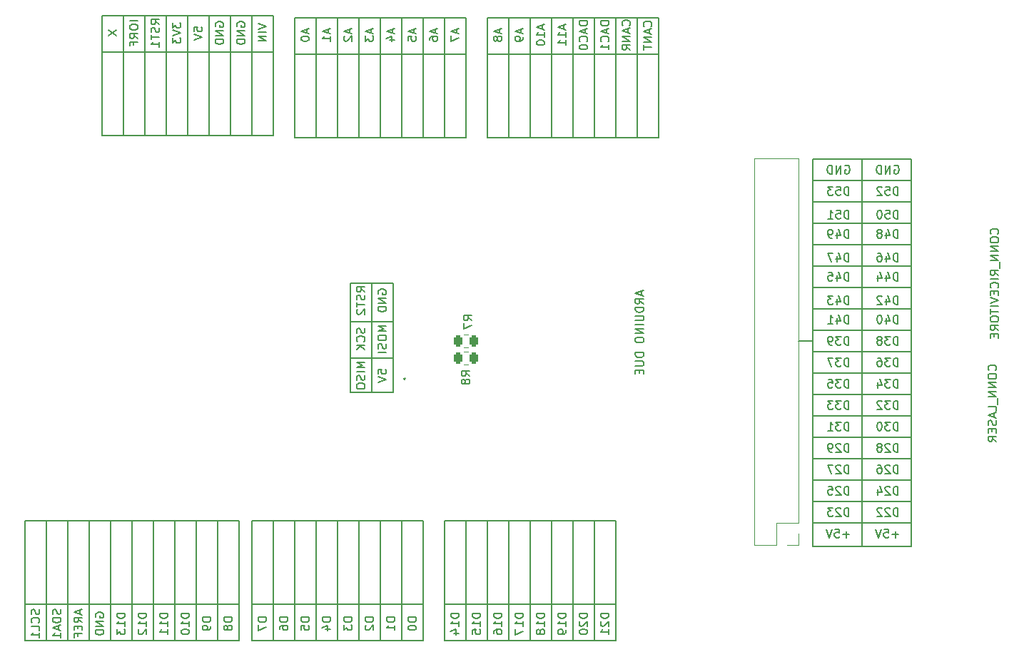
<source format=gbo>
%TF.GenerationSoftware,KiCad,Pcbnew,(6.0.10)*%
%TF.CreationDate,2025-05-12T09:08:36+02:00*%
%TF.ProjectId,Progetto Lidar,50726f67-6574-4746-9f20-4c696461722e,rev?*%
%TF.SameCoordinates,Original*%
%TF.FileFunction,Legend,Bot*%
%TF.FilePolarity,Positive*%
%FSLAX46Y46*%
G04 Gerber Fmt 4.6, Leading zero omitted, Abs format (unit mm)*
G04 Created by KiCad (PCBNEW (6.0.10)) date 2025-05-12 09:08:36*
%MOMM*%
%LPD*%
G01*
G04 APERTURE LIST*
G04 Aperture macros list*
%AMRoundRect*
0 Rectangle with rounded corners*
0 $1 Rounding radius*
0 $2 $3 $4 $5 $6 $7 $8 $9 X,Y pos of 4 corners*
0 Add a 4 corners polygon primitive as box body*
4,1,4,$2,$3,$4,$5,$6,$7,$8,$9,$2,$3,0*
0 Add four circle primitives for the rounded corners*
1,1,$1+$1,$2,$3*
1,1,$1+$1,$4,$5*
1,1,$1+$1,$6,$7*
1,1,$1+$1,$8,$9*
0 Add four rect primitives between the rounded corners*
20,1,$1+$1,$2,$3,$4,$5,0*
20,1,$1+$1,$4,$5,$6,$7,0*
20,1,$1+$1,$6,$7,$8,$9,0*
20,1,$1+$1,$8,$9,$2,$3,0*%
G04 Aperture macros list end*
%ADD10C,0.150000*%
%ADD11C,0.120000*%
%ADD12R,5.080000X2.420000*%
%ADD13R,1.700000X1.700000*%
%ADD14O,1.700000X1.700000*%
%ADD15RoundRect,0.250000X-0.262500X-0.450000X0.262500X-0.450000X0.262500X0.450000X-0.262500X0.450000X0*%
%ADD16C,3.200000*%
%ADD17O,1.727200X1.727200*%
%ADD18R,1.727200X1.727200*%
G04 APERTURE END LIST*
D10*
X91948000Y-110998000D02*
X117348000Y-110998000D01*
X117348000Y-110998000D02*
X117348000Y-125222000D01*
X117348000Y-125222000D02*
X91948000Y-125222000D01*
X91948000Y-125222000D02*
X91948000Y-110998000D01*
X162052000Y-65532000D02*
X162052000Y-51308000D01*
X102108000Y-110998000D02*
X102108000Y-125222000D01*
X130556000Y-82804000D02*
X135636000Y-82804000D01*
X135636000Y-82804000D02*
X135636000Y-95758000D01*
X135636000Y-95758000D02*
X130556000Y-95758000D01*
X130556000Y-95758000D02*
X130556000Y-82804000D01*
X109728000Y-110998000D02*
X109728000Y-125222000D01*
X126492000Y-110998000D02*
X126492000Y-125222000D01*
X108712000Y-65278000D02*
X108712000Y-51054000D01*
X134112000Y-65532000D02*
X134112000Y-51308000D01*
X159512000Y-110998000D02*
X159512000Y-125222000D01*
X121412000Y-110998000D02*
X121412000Y-125222000D01*
X151892000Y-65532000D02*
X151892000Y-51308000D01*
X112268000Y-110998000D02*
X112268000Y-125222000D01*
X129032000Y-110998000D02*
X129032000Y-125222000D01*
X123952000Y-110998000D02*
X123952000Y-125222000D01*
X129032000Y-65532000D02*
X129032000Y-51308000D01*
X167132000Y-55626000D02*
X146812000Y-55626000D01*
X94488000Y-110998000D02*
X94488000Y-125222000D01*
X185420000Y-111252000D02*
X197104000Y-111252000D01*
X167132000Y-65532000D02*
X146812000Y-65532000D01*
X146812000Y-65532000D02*
X146812000Y-51308000D01*
X146812000Y-51308000D02*
X167132000Y-51308000D01*
X167132000Y-51308000D02*
X167132000Y-65532000D01*
X185420000Y-78232000D02*
X197104000Y-78232000D01*
X97028000Y-110998000D02*
X97028000Y-125222000D01*
X149352000Y-110998000D02*
X149352000Y-125222000D01*
X144272000Y-55626000D02*
X123952000Y-55626000D01*
X185420000Y-103632000D02*
X197104000Y-103632000D01*
X111252000Y-65278000D02*
X111252000Y-51054000D01*
X156972000Y-110998000D02*
X156972000Y-125222000D01*
X149352000Y-65532000D02*
X149352000Y-51308000D01*
X191262000Y-68072000D02*
X191262000Y-114046000D01*
X136652000Y-65532000D02*
X136652000Y-51308000D01*
X185420000Y-101092000D02*
X197104000Y-101092000D01*
X131572000Y-65532000D02*
X131572000Y-51308000D01*
X141732000Y-110998000D02*
X162052000Y-110998000D01*
X162052000Y-110998000D02*
X162052000Y-125222000D01*
X162052000Y-125222000D02*
X141732000Y-125222000D01*
X141732000Y-125222000D02*
X141732000Y-110998000D01*
X154432000Y-65532000D02*
X154432000Y-51308000D01*
X185420000Y-88392000D02*
X197104000Y-88392000D01*
X133096000Y-95758000D02*
X133096000Y-82804000D01*
X134112000Y-110998000D02*
X134112000Y-125222000D01*
X136652000Y-110998000D02*
X136652000Y-125222000D01*
X185420000Y-80772000D02*
X197104000Y-80772000D01*
X151892000Y-110998000D02*
X151892000Y-125222000D01*
X183702000Y-89632000D02*
X185394463Y-89632147D01*
X106172000Y-65278000D02*
X106172000Y-51054000D01*
X118872000Y-110998000D02*
X139192000Y-110998000D01*
X139192000Y-110998000D02*
X139192000Y-125222000D01*
X139192000Y-125222000D02*
X118872000Y-125222000D01*
X118872000Y-125222000D02*
X118872000Y-110998000D01*
X117348000Y-120904000D02*
X91948000Y-120904000D01*
X114808000Y-110998000D02*
X114808000Y-125222000D01*
X141732000Y-65532000D02*
X141732000Y-51308000D01*
X130556000Y-91694000D02*
X135636000Y-91694000D01*
X185420000Y-68072000D02*
X197104000Y-68072000D01*
X197104000Y-68072000D02*
X197104000Y-114046000D01*
X197104000Y-114046000D02*
X185420000Y-114046000D01*
X185420000Y-114046000D02*
X185420000Y-68072000D01*
X185420000Y-85852000D02*
X197104000Y-85852000D01*
X156972000Y-65532000D02*
X156972000Y-51308000D01*
X116332000Y-65278000D02*
X116332000Y-51054000D01*
X154432000Y-110998000D02*
X154432000Y-125222000D01*
X146812000Y-110998000D02*
X146812000Y-125222000D01*
X131572000Y-110998000D02*
X131572000Y-125222000D01*
X121412000Y-55372000D02*
X101092000Y-55372000D01*
X144272000Y-65532000D02*
X123952000Y-65532000D01*
X123952000Y-65532000D02*
X123952000Y-51308000D01*
X123952000Y-51308000D02*
X144272000Y-51308000D01*
X144272000Y-51308000D02*
X144272000Y-65532000D01*
X139192000Y-65532000D02*
X139192000Y-51308000D01*
X103632000Y-65278000D02*
X103632000Y-51054000D01*
X107188000Y-110998000D02*
X107188000Y-125222000D01*
X126492000Y-65532000D02*
X126492000Y-51308000D01*
X185420000Y-108712000D02*
X197104000Y-108712000D01*
X185420000Y-90932000D02*
X197104000Y-90932000D01*
X185420000Y-98552000D02*
X197104000Y-98552000D01*
X185420000Y-83312000D02*
X197104000Y-83312000D01*
X99568000Y-110998000D02*
X99568000Y-125222000D01*
X185420000Y-106172000D02*
X197104000Y-106172000D01*
X118872000Y-120904000D02*
X139192000Y-120904000D01*
X159512000Y-65532000D02*
X159512000Y-51308000D01*
X164592000Y-65532000D02*
X164592000Y-51308000D01*
X113792000Y-65278000D02*
X113792000Y-51054000D01*
X130556000Y-87376000D02*
X135636000Y-87376000D01*
X121412000Y-65278000D02*
X101092000Y-65278000D01*
X101092000Y-65278000D02*
X101092000Y-51054000D01*
X101092000Y-51054000D02*
X121412000Y-51054000D01*
X121412000Y-51054000D02*
X121412000Y-65278000D01*
X118872000Y-65278000D02*
X118872000Y-51054000D01*
X185420000Y-75692000D02*
X197104000Y-75692000D01*
X144272000Y-110998000D02*
X144272000Y-125222000D01*
X185420000Y-70612000D02*
X197104000Y-70612000D01*
X185420000Y-96012000D02*
X197104000Y-96012000D01*
X185420000Y-93472000D02*
X197104000Y-93472000D01*
X185420000Y-73152000D02*
X197104000Y-73152000D01*
X104648000Y-110998000D02*
X104648000Y-125222000D01*
X141732000Y-120904000D02*
X162052000Y-120904000D01*
X189682285Y-75128380D02*
X189682285Y-74128380D01*
X189444190Y-74128380D01*
X189301333Y-74176000D01*
X189206095Y-74271238D01*
X189158476Y-74366476D01*
X189110857Y-74556952D01*
X189110857Y-74699809D01*
X189158476Y-74890285D01*
X189206095Y-74985523D01*
X189301333Y-75080761D01*
X189444190Y-75128380D01*
X189682285Y-75128380D01*
X188206095Y-74128380D02*
X188682285Y-74128380D01*
X188729904Y-74604571D01*
X188682285Y-74556952D01*
X188587047Y-74509333D01*
X188348952Y-74509333D01*
X188253714Y-74556952D01*
X188206095Y-74604571D01*
X188158476Y-74699809D01*
X188158476Y-74937904D01*
X188206095Y-75033142D01*
X188253714Y-75080761D01*
X188348952Y-75128380D01*
X188587047Y-75128380D01*
X188682285Y-75080761D01*
X188729904Y-75033142D01*
X187206095Y-75128380D02*
X187777523Y-75128380D01*
X187491809Y-75128380D02*
X187491809Y-74128380D01*
X187587047Y-74271238D01*
X187682285Y-74366476D01*
X187777523Y-74414095D01*
X189682285Y-95194380D02*
X189682285Y-94194380D01*
X189444190Y-94194380D01*
X189301333Y-94242000D01*
X189206095Y-94337238D01*
X189158476Y-94432476D01*
X189110857Y-94622952D01*
X189110857Y-94765809D01*
X189158476Y-94956285D01*
X189206095Y-95051523D01*
X189301333Y-95146761D01*
X189444190Y-95194380D01*
X189682285Y-95194380D01*
X188777523Y-94194380D02*
X188158476Y-94194380D01*
X188491809Y-94575333D01*
X188348952Y-94575333D01*
X188253714Y-94622952D01*
X188206095Y-94670571D01*
X188158476Y-94765809D01*
X188158476Y-95003904D01*
X188206095Y-95099142D01*
X188253714Y-95146761D01*
X188348952Y-95194380D01*
X188634666Y-95194380D01*
X188729904Y-95146761D01*
X188777523Y-95099142D01*
X187253714Y-94194380D02*
X187729904Y-94194380D01*
X187777523Y-94670571D01*
X187729904Y-94622952D01*
X187634666Y-94575333D01*
X187396571Y-94575333D01*
X187301333Y-94622952D01*
X187253714Y-94670571D01*
X187206095Y-94765809D01*
X187206095Y-95003904D01*
X187253714Y-95099142D01*
X187301333Y-95146761D01*
X187396571Y-95194380D01*
X187634666Y-95194380D01*
X187729904Y-95146761D01*
X187777523Y-95099142D01*
X111974380Y-52895523D02*
X111974380Y-52419333D01*
X112450571Y-52371714D01*
X112402952Y-52419333D01*
X112355333Y-52514571D01*
X112355333Y-52752666D01*
X112402952Y-52847904D01*
X112450571Y-52895523D01*
X112545809Y-52943142D01*
X112783904Y-52943142D01*
X112879142Y-52895523D01*
X112926761Y-52847904D01*
X112974380Y-52752666D01*
X112974380Y-52514571D01*
X112926761Y-52419333D01*
X112879142Y-52371714D01*
X111974380Y-53228857D02*
X112974380Y-53562190D01*
X111974380Y-53895523D01*
X125388666Y-52625714D02*
X125388666Y-53101904D01*
X125674380Y-52530476D02*
X124674380Y-52863809D01*
X125674380Y-53197142D01*
X124674380Y-53720952D02*
X124674380Y-53816190D01*
X124722000Y-53911428D01*
X124769619Y-53959047D01*
X124864857Y-54006666D01*
X125055333Y-54054285D01*
X125293428Y-54054285D01*
X125483904Y-54006666D01*
X125579142Y-53959047D01*
X125626761Y-53911428D01*
X125674380Y-53816190D01*
X125674380Y-53720952D01*
X125626761Y-53625714D01*
X125579142Y-53578095D01*
X125483904Y-53530476D01*
X125293428Y-53482857D01*
X125055333Y-53482857D01*
X124864857Y-53530476D01*
X124769619Y-53578095D01*
X124722000Y-53625714D01*
X124674380Y-53720952D01*
X113990380Y-122451904D02*
X112990380Y-122451904D01*
X112990380Y-122690000D01*
X113038000Y-122832857D01*
X113133238Y-122928095D01*
X113228476Y-122975714D01*
X113418952Y-123023333D01*
X113561809Y-123023333D01*
X113752285Y-122975714D01*
X113847523Y-122928095D01*
X113942761Y-122832857D01*
X113990380Y-122690000D01*
X113990380Y-122451904D01*
X113990380Y-123499523D02*
X113990380Y-123690000D01*
X113942761Y-123785238D01*
X113895142Y-123832857D01*
X113752285Y-123928095D01*
X113561809Y-123975714D01*
X113180857Y-123975714D01*
X113085619Y-123928095D01*
X113038000Y-123880476D01*
X112990380Y-123785238D01*
X112990380Y-123594761D01*
X113038000Y-123499523D01*
X113085619Y-123451904D01*
X113180857Y-123404285D01*
X113418952Y-123404285D01*
X113514190Y-123451904D01*
X113561809Y-123499523D01*
X113609428Y-123594761D01*
X113609428Y-123785238D01*
X113561809Y-123880476D01*
X113514190Y-123928095D01*
X113418952Y-123975714D01*
X143454380Y-121975714D02*
X142454380Y-121975714D01*
X142454380Y-122213809D01*
X142502000Y-122356666D01*
X142597238Y-122451904D01*
X142692476Y-122499523D01*
X142882952Y-122547142D01*
X143025809Y-122547142D01*
X143216285Y-122499523D01*
X143311523Y-122451904D01*
X143406761Y-122356666D01*
X143454380Y-122213809D01*
X143454380Y-121975714D01*
X143454380Y-123499523D02*
X143454380Y-122928095D01*
X143454380Y-123213809D02*
X142454380Y-123213809D01*
X142597238Y-123118571D01*
X142692476Y-123023333D01*
X142740095Y-122928095D01*
X142787714Y-124356666D02*
X143454380Y-124356666D01*
X142406761Y-124118571D02*
X143121047Y-123880476D01*
X143121047Y-124499523D01*
X195524285Y-80208380D02*
X195524285Y-79208380D01*
X195286190Y-79208380D01*
X195143333Y-79256000D01*
X195048095Y-79351238D01*
X195000476Y-79446476D01*
X194952857Y-79636952D01*
X194952857Y-79779809D01*
X195000476Y-79970285D01*
X195048095Y-80065523D01*
X195143333Y-80160761D01*
X195286190Y-80208380D01*
X195524285Y-80208380D01*
X194095714Y-79541714D02*
X194095714Y-80208380D01*
X194333809Y-79160761D02*
X194571904Y-79875047D01*
X193952857Y-79875047D01*
X193143333Y-79208380D02*
X193333809Y-79208380D01*
X193429047Y-79256000D01*
X193476666Y-79303619D01*
X193571904Y-79446476D01*
X193619523Y-79636952D01*
X193619523Y-80017904D01*
X193571904Y-80113142D01*
X193524285Y-80160761D01*
X193429047Y-80208380D01*
X193238571Y-80208380D01*
X193143333Y-80160761D01*
X193095714Y-80113142D01*
X193048095Y-80017904D01*
X193048095Y-79779809D01*
X193095714Y-79684571D01*
X193143333Y-79636952D01*
X193238571Y-79589333D01*
X193429047Y-79589333D01*
X193524285Y-79636952D01*
X193571904Y-79684571D01*
X193619523Y-79779809D01*
X100338000Y-122428095D02*
X100290380Y-122332857D01*
X100290380Y-122190000D01*
X100338000Y-122047142D01*
X100433238Y-121951904D01*
X100528476Y-121904285D01*
X100718952Y-121856666D01*
X100861809Y-121856666D01*
X101052285Y-121904285D01*
X101147523Y-121951904D01*
X101242761Y-122047142D01*
X101290380Y-122190000D01*
X101290380Y-122285238D01*
X101242761Y-122428095D01*
X101195142Y-122475714D01*
X100861809Y-122475714D01*
X100861809Y-122285238D01*
X101290380Y-122904285D02*
X100290380Y-122904285D01*
X101290380Y-123475714D01*
X100290380Y-123475714D01*
X101290380Y-123951904D02*
X100290380Y-123951904D01*
X100290380Y-124190000D01*
X100338000Y-124332857D01*
X100433238Y-124428095D01*
X100528476Y-124475714D01*
X100718952Y-124523333D01*
X100861809Y-124523333D01*
X101052285Y-124475714D01*
X101147523Y-124428095D01*
X101242761Y-124332857D01*
X101290380Y-124190000D01*
X101290380Y-123951904D01*
X127928666Y-52625714D02*
X127928666Y-53101904D01*
X128214380Y-52530476D02*
X127214380Y-52863809D01*
X128214380Y-53197142D01*
X128214380Y-54054285D02*
X128214380Y-53482857D01*
X128214380Y-53768571D02*
X127214380Y-53768571D01*
X127357238Y-53673333D01*
X127452476Y-53578095D01*
X127500095Y-53482857D01*
X195524285Y-87574380D02*
X195524285Y-86574380D01*
X195286190Y-86574380D01*
X195143333Y-86622000D01*
X195048095Y-86717238D01*
X195000476Y-86812476D01*
X194952857Y-87002952D01*
X194952857Y-87145809D01*
X195000476Y-87336285D01*
X195048095Y-87431523D01*
X195143333Y-87526761D01*
X195286190Y-87574380D01*
X195524285Y-87574380D01*
X194095714Y-86907714D02*
X194095714Y-87574380D01*
X194333809Y-86526761D02*
X194571904Y-87241047D01*
X193952857Y-87241047D01*
X193381428Y-86574380D02*
X193286190Y-86574380D01*
X193190952Y-86622000D01*
X193143333Y-86669619D01*
X193095714Y-86764857D01*
X193048095Y-86955333D01*
X193048095Y-87193428D01*
X193095714Y-87383904D01*
X193143333Y-87479142D01*
X193190952Y-87526761D01*
X193286190Y-87574380D01*
X193381428Y-87574380D01*
X193476666Y-87526761D01*
X193524285Y-87479142D01*
X193571904Y-87383904D01*
X193619523Y-87193428D01*
X193619523Y-86955333D01*
X193571904Y-86764857D01*
X193524285Y-86669619D01*
X193476666Y-86622000D01*
X193381428Y-86574380D01*
X145994380Y-121975714D02*
X144994380Y-121975714D01*
X144994380Y-122213809D01*
X145042000Y-122356666D01*
X145137238Y-122451904D01*
X145232476Y-122499523D01*
X145422952Y-122547142D01*
X145565809Y-122547142D01*
X145756285Y-122499523D01*
X145851523Y-122451904D01*
X145946761Y-122356666D01*
X145994380Y-122213809D01*
X145994380Y-121975714D01*
X145994380Y-123499523D02*
X145994380Y-122928095D01*
X145994380Y-123213809D02*
X144994380Y-123213809D01*
X145137238Y-123118571D01*
X145232476Y-123023333D01*
X145280095Y-122928095D01*
X144994380Y-124404285D02*
X144994380Y-123928095D01*
X145470571Y-123880476D01*
X145422952Y-123928095D01*
X145375333Y-124023333D01*
X145375333Y-124261428D01*
X145422952Y-124356666D01*
X145470571Y-124404285D01*
X145565809Y-124451904D01*
X145803904Y-124451904D01*
X145899142Y-124404285D01*
X145946761Y-124356666D01*
X145994380Y-124261428D01*
X145994380Y-124023333D01*
X145946761Y-123928095D01*
X145899142Y-123880476D01*
X189682285Y-100274380D02*
X189682285Y-99274380D01*
X189444190Y-99274380D01*
X189301333Y-99322000D01*
X189206095Y-99417238D01*
X189158476Y-99512476D01*
X189110857Y-99702952D01*
X189110857Y-99845809D01*
X189158476Y-100036285D01*
X189206095Y-100131523D01*
X189301333Y-100226761D01*
X189444190Y-100274380D01*
X189682285Y-100274380D01*
X188777523Y-99274380D02*
X188158476Y-99274380D01*
X188491809Y-99655333D01*
X188348952Y-99655333D01*
X188253714Y-99702952D01*
X188206095Y-99750571D01*
X188158476Y-99845809D01*
X188158476Y-100083904D01*
X188206095Y-100179142D01*
X188253714Y-100226761D01*
X188348952Y-100274380D01*
X188634666Y-100274380D01*
X188729904Y-100226761D01*
X188777523Y-100179142D01*
X187206095Y-100274380D02*
X187777523Y-100274380D01*
X187491809Y-100274380D02*
X187491809Y-99274380D01*
X187587047Y-99417238D01*
X187682285Y-99512476D01*
X187777523Y-99560095D01*
X109434380Y-51847904D02*
X109434380Y-52466952D01*
X109815333Y-52133619D01*
X109815333Y-52276476D01*
X109862952Y-52371714D01*
X109910571Y-52419333D01*
X110005809Y-52466952D01*
X110243904Y-52466952D01*
X110339142Y-52419333D01*
X110386761Y-52371714D01*
X110434380Y-52276476D01*
X110434380Y-51990761D01*
X110386761Y-51895523D01*
X110339142Y-51847904D01*
X109434380Y-52752666D02*
X110434380Y-53086000D01*
X109434380Y-53419333D01*
X109434380Y-53657428D02*
X109434380Y-54276476D01*
X109815333Y-53943142D01*
X109815333Y-54086000D01*
X109862952Y-54181238D01*
X109910571Y-54228857D01*
X110005809Y-54276476D01*
X110243904Y-54276476D01*
X110339142Y-54228857D01*
X110386761Y-54181238D01*
X110434380Y-54086000D01*
X110434380Y-53800285D01*
X110386761Y-53705047D01*
X110339142Y-53657428D01*
X158694380Y-121975714D02*
X157694380Y-121975714D01*
X157694380Y-122213809D01*
X157742000Y-122356666D01*
X157837238Y-122451904D01*
X157932476Y-122499523D01*
X158122952Y-122547142D01*
X158265809Y-122547142D01*
X158456285Y-122499523D01*
X158551523Y-122451904D01*
X158646761Y-122356666D01*
X158694380Y-122213809D01*
X158694380Y-121975714D01*
X157789619Y-122928095D02*
X157742000Y-122975714D01*
X157694380Y-123070952D01*
X157694380Y-123309047D01*
X157742000Y-123404285D01*
X157789619Y-123451904D01*
X157884857Y-123499523D01*
X157980095Y-123499523D01*
X158122952Y-123451904D01*
X158694380Y-122880476D01*
X158694380Y-123499523D01*
X157694380Y-124118571D02*
X157694380Y-124213809D01*
X157742000Y-124309047D01*
X157789619Y-124356666D01*
X157884857Y-124404285D01*
X158075333Y-124451904D01*
X158313428Y-124451904D01*
X158503904Y-124404285D01*
X158599142Y-124356666D01*
X158646761Y-124309047D01*
X158694380Y-124213809D01*
X158694380Y-124118571D01*
X158646761Y-124023333D01*
X158599142Y-123975714D01*
X158503904Y-123928095D01*
X158313428Y-123880476D01*
X158075333Y-123880476D01*
X157884857Y-123928095D01*
X157789619Y-123975714D01*
X157742000Y-124023333D01*
X157694380Y-124118571D01*
X133866000Y-84074095D02*
X133818380Y-83978857D01*
X133818380Y-83836000D01*
X133866000Y-83693142D01*
X133961238Y-83597904D01*
X134056476Y-83550285D01*
X134246952Y-83502666D01*
X134389809Y-83502666D01*
X134580285Y-83550285D01*
X134675523Y-83597904D01*
X134770761Y-83693142D01*
X134818380Y-83836000D01*
X134818380Y-83931238D01*
X134770761Y-84074095D01*
X134723142Y-84121714D01*
X134389809Y-84121714D01*
X134389809Y-83931238D01*
X134818380Y-84550285D02*
X133818380Y-84550285D01*
X134818380Y-85121714D01*
X133818380Y-85121714D01*
X134818380Y-85597904D02*
X133818380Y-85597904D01*
X133818380Y-85836000D01*
X133866000Y-85978857D01*
X133961238Y-86074095D01*
X134056476Y-86121714D01*
X134246952Y-86169333D01*
X134389809Y-86169333D01*
X134580285Y-86121714D01*
X134675523Y-86074095D01*
X134770761Y-85978857D01*
X134818380Y-85836000D01*
X134818380Y-85597904D01*
X161234380Y-121975714D02*
X160234380Y-121975714D01*
X160234380Y-122213809D01*
X160282000Y-122356666D01*
X160377238Y-122451904D01*
X160472476Y-122499523D01*
X160662952Y-122547142D01*
X160805809Y-122547142D01*
X160996285Y-122499523D01*
X161091523Y-122451904D01*
X161186761Y-122356666D01*
X161234380Y-122213809D01*
X161234380Y-121975714D01*
X160329619Y-122928095D02*
X160282000Y-122975714D01*
X160234380Y-123070952D01*
X160234380Y-123309047D01*
X160282000Y-123404285D01*
X160329619Y-123451904D01*
X160424857Y-123499523D01*
X160520095Y-123499523D01*
X160662952Y-123451904D01*
X161234380Y-122880476D01*
X161234380Y-123499523D01*
X161234380Y-124451904D02*
X161234380Y-123880476D01*
X161234380Y-124166190D02*
X160234380Y-124166190D01*
X160377238Y-124070952D01*
X160472476Y-123975714D01*
X160520095Y-123880476D01*
X195524285Y-95194380D02*
X195524285Y-94194380D01*
X195286190Y-94194380D01*
X195143333Y-94242000D01*
X195048095Y-94337238D01*
X195000476Y-94432476D01*
X194952857Y-94622952D01*
X194952857Y-94765809D01*
X195000476Y-94956285D01*
X195048095Y-95051523D01*
X195143333Y-95146761D01*
X195286190Y-95194380D01*
X195524285Y-95194380D01*
X194619523Y-94194380D02*
X194000476Y-94194380D01*
X194333809Y-94575333D01*
X194190952Y-94575333D01*
X194095714Y-94622952D01*
X194048095Y-94670571D01*
X194000476Y-94765809D01*
X194000476Y-95003904D01*
X194048095Y-95099142D01*
X194095714Y-95146761D01*
X194190952Y-95194380D01*
X194476666Y-95194380D01*
X194571904Y-95146761D01*
X194619523Y-95099142D01*
X193143333Y-94527714D02*
X193143333Y-95194380D01*
X193381428Y-94146761D02*
X193619523Y-94861047D01*
X193000476Y-94861047D01*
X150788666Y-52625714D02*
X150788666Y-53101904D01*
X151074380Y-52530476D02*
X150074380Y-52863809D01*
X151074380Y-53197142D01*
X151074380Y-53578095D02*
X151074380Y-53768571D01*
X151026761Y-53863809D01*
X150979142Y-53911428D01*
X150836285Y-54006666D01*
X150645809Y-54054285D01*
X150264857Y-54054285D01*
X150169619Y-54006666D01*
X150122000Y-53959047D01*
X150074380Y-53863809D01*
X150074380Y-53673333D01*
X150122000Y-53578095D01*
X150169619Y-53530476D01*
X150264857Y-53482857D01*
X150502952Y-53482857D01*
X150598190Y-53530476D01*
X150645809Y-53578095D01*
X150693428Y-53673333D01*
X150693428Y-53863809D01*
X150645809Y-53959047D01*
X150598190Y-54006666D01*
X150502952Y-54054285D01*
X195071904Y-68842000D02*
X195167142Y-68794380D01*
X195310000Y-68794380D01*
X195452857Y-68842000D01*
X195548095Y-68937238D01*
X195595714Y-69032476D01*
X195643333Y-69222952D01*
X195643333Y-69365809D01*
X195595714Y-69556285D01*
X195548095Y-69651523D01*
X195452857Y-69746761D01*
X195310000Y-69794380D01*
X195214761Y-69794380D01*
X195071904Y-69746761D01*
X195024285Y-69699142D01*
X195024285Y-69365809D01*
X195214761Y-69365809D01*
X194595714Y-69794380D02*
X194595714Y-68794380D01*
X194024285Y-69794380D01*
X194024285Y-68794380D01*
X193548095Y-69794380D02*
X193548095Y-68794380D01*
X193310000Y-68794380D01*
X193167142Y-68842000D01*
X193071904Y-68937238D01*
X193024285Y-69032476D01*
X192976666Y-69222952D01*
X192976666Y-69365809D01*
X193024285Y-69556285D01*
X193071904Y-69651523D01*
X193167142Y-69746761D01*
X193310000Y-69794380D01*
X193548095Y-69794380D01*
X189682285Y-105354380D02*
X189682285Y-104354380D01*
X189444190Y-104354380D01*
X189301333Y-104402000D01*
X189206095Y-104497238D01*
X189158476Y-104592476D01*
X189110857Y-104782952D01*
X189110857Y-104925809D01*
X189158476Y-105116285D01*
X189206095Y-105211523D01*
X189301333Y-105306761D01*
X189444190Y-105354380D01*
X189682285Y-105354380D01*
X188729904Y-104449619D02*
X188682285Y-104402000D01*
X188587047Y-104354380D01*
X188348952Y-104354380D01*
X188253714Y-104402000D01*
X188206095Y-104449619D01*
X188158476Y-104544857D01*
X188158476Y-104640095D01*
X188206095Y-104782952D01*
X188777523Y-105354380D01*
X188158476Y-105354380D01*
X187825142Y-104354380D02*
X187158476Y-104354380D01*
X187587047Y-105354380D01*
X143168666Y-52625714D02*
X143168666Y-53101904D01*
X143454380Y-52530476D02*
X142454380Y-52863809D01*
X143454380Y-53197142D01*
X142454380Y-53435238D02*
X142454380Y-54101904D01*
X143454380Y-53673333D01*
X105354380Y-51633619D02*
X104354380Y-51633619D01*
X104354380Y-52300285D02*
X104354380Y-52490761D01*
X104402000Y-52586000D01*
X104497238Y-52681238D01*
X104687714Y-52728857D01*
X105021047Y-52728857D01*
X105211523Y-52681238D01*
X105306761Y-52586000D01*
X105354380Y-52490761D01*
X105354380Y-52300285D01*
X105306761Y-52205047D01*
X105211523Y-52109809D01*
X105021047Y-52062190D01*
X104687714Y-52062190D01*
X104497238Y-52109809D01*
X104402000Y-52205047D01*
X104354380Y-52300285D01*
X105354380Y-53728857D02*
X104878190Y-53395523D01*
X105354380Y-53157428D02*
X104354380Y-53157428D01*
X104354380Y-53538380D01*
X104402000Y-53633619D01*
X104449619Y-53681238D01*
X104544857Y-53728857D01*
X104687714Y-53728857D01*
X104782952Y-53681238D01*
X104830571Y-53633619D01*
X104878190Y-53538380D01*
X104878190Y-53157428D01*
X104830571Y-54490761D02*
X104830571Y-54157428D01*
X105354380Y-54157428D02*
X104354380Y-54157428D01*
X104354380Y-54633619D01*
X195524285Y-75128380D02*
X195524285Y-74128380D01*
X195286190Y-74128380D01*
X195143333Y-74176000D01*
X195048095Y-74271238D01*
X195000476Y-74366476D01*
X194952857Y-74556952D01*
X194952857Y-74699809D01*
X195000476Y-74890285D01*
X195048095Y-74985523D01*
X195143333Y-75080761D01*
X195286190Y-75128380D01*
X195524285Y-75128380D01*
X194048095Y-74128380D02*
X194524285Y-74128380D01*
X194571904Y-74604571D01*
X194524285Y-74556952D01*
X194429047Y-74509333D01*
X194190952Y-74509333D01*
X194095714Y-74556952D01*
X194048095Y-74604571D01*
X194000476Y-74699809D01*
X194000476Y-74937904D01*
X194048095Y-75033142D01*
X194095714Y-75080761D01*
X194190952Y-75128380D01*
X194429047Y-75128380D01*
X194524285Y-75080761D01*
X194571904Y-75033142D01*
X193381428Y-74128380D02*
X193286190Y-74128380D01*
X193190952Y-74176000D01*
X193143333Y-74223619D01*
X193095714Y-74318857D01*
X193048095Y-74509333D01*
X193048095Y-74747428D01*
X193095714Y-74937904D01*
X193143333Y-75033142D01*
X193190952Y-75080761D01*
X193286190Y-75128380D01*
X193381428Y-75128380D01*
X193476666Y-75080761D01*
X193524285Y-75033142D01*
X193571904Y-74937904D01*
X193619523Y-74747428D01*
X193619523Y-74509333D01*
X193571904Y-74318857D01*
X193524285Y-74223619D01*
X193476666Y-74176000D01*
X193381428Y-74128380D01*
X133008666Y-52625714D02*
X133008666Y-53101904D01*
X133294380Y-52530476D02*
X132294380Y-52863809D01*
X133294380Y-53197142D01*
X132294380Y-53435238D02*
X132294380Y-54054285D01*
X132675333Y-53720952D01*
X132675333Y-53863809D01*
X132722952Y-53959047D01*
X132770571Y-54006666D01*
X132865809Y-54054285D01*
X133103904Y-54054285D01*
X133199142Y-54006666D01*
X133246761Y-53959047D01*
X133294380Y-53863809D01*
X133294380Y-53578095D01*
X133246761Y-53482857D01*
X133199142Y-53435238D01*
X189229904Y-68842000D02*
X189325142Y-68794380D01*
X189468000Y-68794380D01*
X189610857Y-68842000D01*
X189706095Y-68937238D01*
X189753714Y-69032476D01*
X189801333Y-69222952D01*
X189801333Y-69365809D01*
X189753714Y-69556285D01*
X189706095Y-69651523D01*
X189610857Y-69746761D01*
X189468000Y-69794380D01*
X189372761Y-69794380D01*
X189229904Y-69746761D01*
X189182285Y-69699142D01*
X189182285Y-69365809D01*
X189372761Y-69365809D01*
X188753714Y-69794380D02*
X188753714Y-68794380D01*
X188182285Y-69794380D01*
X188182285Y-68794380D01*
X187706095Y-69794380D02*
X187706095Y-68794380D01*
X187468000Y-68794380D01*
X187325142Y-68842000D01*
X187229904Y-68937238D01*
X187182285Y-69032476D01*
X187134666Y-69222952D01*
X187134666Y-69365809D01*
X187182285Y-69556285D01*
X187229904Y-69651523D01*
X187325142Y-69746761D01*
X187468000Y-69794380D01*
X187706095Y-69794380D01*
X195524285Y-92654380D02*
X195524285Y-91654380D01*
X195286190Y-91654380D01*
X195143333Y-91702000D01*
X195048095Y-91797238D01*
X195000476Y-91892476D01*
X194952857Y-92082952D01*
X194952857Y-92225809D01*
X195000476Y-92416285D01*
X195048095Y-92511523D01*
X195143333Y-92606761D01*
X195286190Y-92654380D01*
X195524285Y-92654380D01*
X194619523Y-91654380D02*
X194000476Y-91654380D01*
X194333809Y-92035333D01*
X194190952Y-92035333D01*
X194095714Y-92082952D01*
X194048095Y-92130571D01*
X194000476Y-92225809D01*
X194000476Y-92463904D01*
X194048095Y-92559142D01*
X194095714Y-92606761D01*
X194190952Y-92654380D01*
X194476666Y-92654380D01*
X194571904Y-92606761D01*
X194619523Y-92559142D01*
X193143333Y-91654380D02*
X193333809Y-91654380D01*
X193429047Y-91702000D01*
X193476666Y-91749619D01*
X193571904Y-91892476D01*
X193619523Y-92082952D01*
X193619523Y-92463904D01*
X193571904Y-92559142D01*
X193524285Y-92606761D01*
X193429047Y-92654380D01*
X193238571Y-92654380D01*
X193143333Y-92606761D01*
X193095714Y-92559142D01*
X193048095Y-92463904D01*
X193048095Y-92225809D01*
X193095714Y-92130571D01*
X193143333Y-92082952D01*
X193238571Y-92035333D01*
X193429047Y-92035333D01*
X193524285Y-92082952D01*
X193571904Y-92130571D01*
X193619523Y-92225809D01*
X189682285Y-102814380D02*
X189682285Y-101814380D01*
X189444190Y-101814380D01*
X189301333Y-101862000D01*
X189206095Y-101957238D01*
X189158476Y-102052476D01*
X189110857Y-102242952D01*
X189110857Y-102385809D01*
X189158476Y-102576285D01*
X189206095Y-102671523D01*
X189301333Y-102766761D01*
X189444190Y-102814380D01*
X189682285Y-102814380D01*
X188729904Y-101909619D02*
X188682285Y-101862000D01*
X188587047Y-101814380D01*
X188348952Y-101814380D01*
X188253714Y-101862000D01*
X188206095Y-101909619D01*
X188158476Y-102004857D01*
X188158476Y-102100095D01*
X188206095Y-102242952D01*
X188777523Y-102814380D01*
X188158476Y-102814380D01*
X187682285Y-102814380D02*
X187491809Y-102814380D01*
X187396571Y-102766761D01*
X187348952Y-102719142D01*
X187253714Y-102576285D01*
X187206095Y-102385809D01*
X187206095Y-102004857D01*
X187253714Y-101909619D01*
X187301333Y-101862000D01*
X187396571Y-101814380D01*
X187587047Y-101814380D01*
X187682285Y-101862000D01*
X187729904Y-101909619D01*
X187777523Y-102004857D01*
X187777523Y-102242952D01*
X187729904Y-102338190D01*
X187682285Y-102385809D01*
X187587047Y-102433428D01*
X187396571Y-102433428D01*
X187301333Y-102385809D01*
X187253714Y-102338190D01*
X187206095Y-102242952D01*
X207367142Y-76946857D02*
X207414761Y-76899238D01*
X207462380Y-76756380D01*
X207462380Y-76661142D01*
X207414761Y-76518285D01*
X207319523Y-76423047D01*
X207224285Y-76375428D01*
X207033809Y-76327809D01*
X206890952Y-76327809D01*
X206700476Y-76375428D01*
X206605238Y-76423047D01*
X206510000Y-76518285D01*
X206462380Y-76661142D01*
X206462380Y-76756380D01*
X206510000Y-76899238D01*
X206557619Y-76946857D01*
X206462380Y-77565904D02*
X206462380Y-77756380D01*
X206510000Y-77851619D01*
X206605238Y-77946857D01*
X206795714Y-77994476D01*
X207129047Y-77994476D01*
X207319523Y-77946857D01*
X207414761Y-77851619D01*
X207462380Y-77756380D01*
X207462380Y-77565904D01*
X207414761Y-77470666D01*
X207319523Y-77375428D01*
X207129047Y-77327809D01*
X206795714Y-77327809D01*
X206605238Y-77375428D01*
X206510000Y-77470666D01*
X206462380Y-77565904D01*
X207462380Y-78423047D02*
X206462380Y-78423047D01*
X207462380Y-78994476D01*
X206462380Y-78994476D01*
X207462380Y-79470666D02*
X206462380Y-79470666D01*
X207462380Y-80042095D01*
X206462380Y-80042095D01*
X207557619Y-80280190D02*
X207557619Y-81042095D01*
X207462380Y-81851619D02*
X206986190Y-81518285D01*
X207462380Y-81280190D02*
X206462380Y-81280190D01*
X206462380Y-81661142D01*
X206510000Y-81756380D01*
X206557619Y-81804000D01*
X206652857Y-81851619D01*
X206795714Y-81851619D01*
X206890952Y-81804000D01*
X206938571Y-81756380D01*
X206986190Y-81661142D01*
X206986190Y-81280190D01*
X207462380Y-82280190D02*
X206462380Y-82280190D01*
X207367142Y-83327809D02*
X207414761Y-83280190D01*
X207462380Y-83137333D01*
X207462380Y-83042095D01*
X207414761Y-82899238D01*
X207319523Y-82804000D01*
X207224285Y-82756380D01*
X207033809Y-82708761D01*
X206890952Y-82708761D01*
X206700476Y-82756380D01*
X206605238Y-82804000D01*
X206510000Y-82899238D01*
X206462380Y-83042095D01*
X206462380Y-83137333D01*
X206510000Y-83280190D01*
X206557619Y-83327809D01*
X206938571Y-83756380D02*
X206938571Y-84089714D01*
X207462380Y-84232571D02*
X207462380Y-83756380D01*
X206462380Y-83756380D01*
X206462380Y-84232571D01*
X206462380Y-84518285D02*
X207462380Y-84851619D01*
X206462380Y-85184952D01*
X207462380Y-85518285D02*
X206462380Y-85518285D01*
X206462380Y-85851619D02*
X206462380Y-86423047D01*
X207462380Y-86137333D02*
X206462380Y-86137333D01*
X206462380Y-86946857D02*
X206462380Y-87137333D01*
X206510000Y-87232571D01*
X206605238Y-87327809D01*
X206795714Y-87375428D01*
X207129047Y-87375428D01*
X207319523Y-87327809D01*
X207414761Y-87232571D01*
X207462380Y-87137333D01*
X207462380Y-86946857D01*
X207414761Y-86851619D01*
X207319523Y-86756380D01*
X207129047Y-86708761D01*
X206795714Y-86708761D01*
X206605238Y-86756380D01*
X206510000Y-86851619D01*
X206462380Y-86946857D01*
X207462380Y-88375428D02*
X206986190Y-88042095D01*
X207462380Y-87804000D02*
X206462380Y-87804000D01*
X206462380Y-88184952D01*
X206510000Y-88280190D01*
X206557619Y-88327809D01*
X206652857Y-88375428D01*
X206795714Y-88375428D01*
X206890952Y-88327809D01*
X206938571Y-88280190D01*
X206986190Y-88184952D01*
X206986190Y-87804000D01*
X206938571Y-88804000D02*
X206938571Y-89137333D01*
X207462380Y-89280190D02*
X207462380Y-88804000D01*
X206462380Y-88804000D01*
X206462380Y-89280190D01*
X195524285Y-110434380D02*
X195524285Y-109434380D01*
X195286190Y-109434380D01*
X195143333Y-109482000D01*
X195048095Y-109577238D01*
X195000476Y-109672476D01*
X194952857Y-109862952D01*
X194952857Y-110005809D01*
X195000476Y-110196285D01*
X195048095Y-110291523D01*
X195143333Y-110386761D01*
X195286190Y-110434380D01*
X195524285Y-110434380D01*
X194571904Y-109529619D02*
X194524285Y-109482000D01*
X194429047Y-109434380D01*
X194190952Y-109434380D01*
X194095714Y-109482000D01*
X194048095Y-109529619D01*
X194000476Y-109624857D01*
X194000476Y-109720095D01*
X194048095Y-109862952D01*
X194619523Y-110434380D01*
X194000476Y-110434380D01*
X193619523Y-109529619D02*
X193571904Y-109482000D01*
X193476666Y-109434380D01*
X193238571Y-109434380D01*
X193143333Y-109482000D01*
X193095714Y-109529619D01*
X193048095Y-109624857D01*
X193048095Y-109720095D01*
X193095714Y-109862952D01*
X193667142Y-110434380D01*
X193048095Y-110434380D01*
X135548666Y-52625714D02*
X135548666Y-53101904D01*
X135834380Y-52530476D02*
X134834380Y-52863809D01*
X135834380Y-53197142D01*
X135167714Y-53959047D02*
X135834380Y-53959047D01*
X134786761Y-53720952D02*
X135501047Y-53482857D01*
X135501047Y-54101904D01*
X103830380Y-121975714D02*
X102830380Y-121975714D01*
X102830380Y-122213809D01*
X102878000Y-122356666D01*
X102973238Y-122451904D01*
X103068476Y-122499523D01*
X103258952Y-122547142D01*
X103401809Y-122547142D01*
X103592285Y-122499523D01*
X103687523Y-122451904D01*
X103782761Y-122356666D01*
X103830380Y-122213809D01*
X103830380Y-121975714D01*
X103830380Y-123499523D02*
X103830380Y-122928095D01*
X103830380Y-123213809D02*
X102830380Y-123213809D01*
X102973238Y-123118571D01*
X103068476Y-123023333D01*
X103116095Y-122928095D01*
X102830380Y-123832857D02*
X102830380Y-124451904D01*
X103211333Y-124118571D01*
X103211333Y-124261428D01*
X103258952Y-124356666D01*
X103306571Y-124404285D01*
X103401809Y-124451904D01*
X103639904Y-124451904D01*
X103735142Y-124404285D01*
X103782761Y-124356666D01*
X103830380Y-124261428D01*
X103830380Y-123975714D01*
X103782761Y-123880476D01*
X103735142Y-123832857D01*
X189682285Y-90114380D02*
X189682285Y-89114380D01*
X189444190Y-89114380D01*
X189301333Y-89162000D01*
X189206095Y-89257238D01*
X189158476Y-89352476D01*
X189110857Y-89542952D01*
X189110857Y-89685809D01*
X189158476Y-89876285D01*
X189206095Y-89971523D01*
X189301333Y-90066761D01*
X189444190Y-90114380D01*
X189682285Y-90114380D01*
X188777523Y-89114380D02*
X188158476Y-89114380D01*
X188491809Y-89495333D01*
X188348952Y-89495333D01*
X188253714Y-89542952D01*
X188206095Y-89590571D01*
X188158476Y-89685809D01*
X188158476Y-89923904D01*
X188206095Y-90019142D01*
X188253714Y-90066761D01*
X188348952Y-90114380D01*
X188634666Y-90114380D01*
X188729904Y-90066761D01*
X188777523Y-90019142D01*
X187682285Y-90114380D02*
X187491809Y-90114380D01*
X187396571Y-90066761D01*
X187348952Y-90019142D01*
X187253714Y-89876285D01*
X187206095Y-89685809D01*
X187206095Y-89304857D01*
X187253714Y-89209619D01*
X187301333Y-89162000D01*
X187396571Y-89114380D01*
X187587047Y-89114380D01*
X187682285Y-89162000D01*
X187729904Y-89209619D01*
X187777523Y-89304857D01*
X187777523Y-89542952D01*
X187729904Y-89638190D01*
X187682285Y-89685809D01*
X187587047Y-89733428D01*
X187396571Y-89733428D01*
X187301333Y-89685809D01*
X187253714Y-89638190D01*
X187206095Y-89542952D01*
X96162761Y-121499523D02*
X96210380Y-121642380D01*
X96210380Y-121880476D01*
X96162761Y-121975714D01*
X96115142Y-122023333D01*
X96019904Y-122070952D01*
X95924666Y-122070952D01*
X95829428Y-122023333D01*
X95781809Y-121975714D01*
X95734190Y-121880476D01*
X95686571Y-121690000D01*
X95638952Y-121594761D01*
X95591333Y-121547142D01*
X95496095Y-121499523D01*
X95400857Y-121499523D01*
X95305619Y-121547142D01*
X95258000Y-121594761D01*
X95210380Y-121690000D01*
X95210380Y-121928095D01*
X95258000Y-122070952D01*
X96210380Y-122499523D02*
X95210380Y-122499523D01*
X95210380Y-122737619D01*
X95258000Y-122880476D01*
X95353238Y-122975714D01*
X95448476Y-123023333D01*
X95638952Y-123070952D01*
X95781809Y-123070952D01*
X95972285Y-123023333D01*
X96067523Y-122975714D01*
X96162761Y-122880476D01*
X96210380Y-122737619D01*
X96210380Y-122499523D01*
X95924666Y-123451904D02*
X95924666Y-123928095D01*
X96210380Y-123356666D02*
X95210380Y-123690000D01*
X96210380Y-124023333D01*
X96210380Y-124880476D02*
X96210380Y-124309047D01*
X96210380Y-124594761D02*
X95210380Y-124594761D01*
X95353238Y-124499523D01*
X95448476Y-124404285D01*
X95496095Y-124309047D01*
X189682285Y-80208380D02*
X189682285Y-79208380D01*
X189444190Y-79208380D01*
X189301333Y-79256000D01*
X189206095Y-79351238D01*
X189158476Y-79446476D01*
X189110857Y-79636952D01*
X189110857Y-79779809D01*
X189158476Y-79970285D01*
X189206095Y-80065523D01*
X189301333Y-80160761D01*
X189444190Y-80208380D01*
X189682285Y-80208380D01*
X188253714Y-79541714D02*
X188253714Y-80208380D01*
X188491809Y-79160761D02*
X188729904Y-79875047D01*
X188110857Y-79875047D01*
X187825142Y-79208380D02*
X187158476Y-79208380D01*
X187587047Y-80208380D01*
X132230761Y-88122285D02*
X132278380Y-88265142D01*
X132278380Y-88503238D01*
X132230761Y-88598476D01*
X132183142Y-88646095D01*
X132087904Y-88693714D01*
X131992666Y-88693714D01*
X131897428Y-88646095D01*
X131849809Y-88598476D01*
X131802190Y-88503238D01*
X131754571Y-88312761D01*
X131706952Y-88217523D01*
X131659333Y-88169904D01*
X131564095Y-88122285D01*
X131468857Y-88122285D01*
X131373619Y-88169904D01*
X131326000Y-88217523D01*
X131278380Y-88312761D01*
X131278380Y-88550857D01*
X131326000Y-88693714D01*
X132183142Y-89693714D02*
X132230761Y-89646095D01*
X132278380Y-89503238D01*
X132278380Y-89408000D01*
X132230761Y-89265142D01*
X132135523Y-89169904D01*
X132040285Y-89122285D01*
X131849809Y-89074666D01*
X131706952Y-89074666D01*
X131516476Y-89122285D01*
X131421238Y-89169904D01*
X131326000Y-89265142D01*
X131278380Y-89408000D01*
X131278380Y-89503238D01*
X131326000Y-89646095D01*
X131373619Y-89693714D01*
X132278380Y-90122285D02*
X131278380Y-90122285D01*
X132278380Y-90693714D02*
X131706952Y-90265142D01*
X131278380Y-90693714D02*
X131849809Y-90122285D01*
X132278380Y-83812190D02*
X131802190Y-83478857D01*
X132278380Y-83240761D02*
X131278380Y-83240761D01*
X131278380Y-83621714D01*
X131326000Y-83716952D01*
X131373619Y-83764571D01*
X131468857Y-83812190D01*
X131611714Y-83812190D01*
X131706952Y-83764571D01*
X131754571Y-83716952D01*
X131802190Y-83621714D01*
X131802190Y-83240761D01*
X132230761Y-84193142D02*
X132278380Y-84336000D01*
X132278380Y-84574095D01*
X132230761Y-84669333D01*
X132183142Y-84716952D01*
X132087904Y-84764571D01*
X131992666Y-84764571D01*
X131897428Y-84716952D01*
X131849809Y-84669333D01*
X131802190Y-84574095D01*
X131754571Y-84383619D01*
X131706952Y-84288380D01*
X131659333Y-84240761D01*
X131564095Y-84193142D01*
X131468857Y-84193142D01*
X131373619Y-84240761D01*
X131326000Y-84288380D01*
X131278380Y-84383619D01*
X131278380Y-84621714D01*
X131326000Y-84764571D01*
X131278380Y-85050285D02*
X131278380Y-85621714D01*
X132278380Y-85336000D02*
X131278380Y-85336000D01*
X131373619Y-85907428D02*
X131326000Y-85955047D01*
X131278380Y-86050285D01*
X131278380Y-86288380D01*
X131326000Y-86383619D01*
X131373619Y-86431238D01*
X131468857Y-86478857D01*
X131564095Y-86478857D01*
X131706952Y-86431238D01*
X132278380Y-85859809D01*
X132278380Y-86478857D01*
X195524285Y-97734380D02*
X195524285Y-96734380D01*
X195286190Y-96734380D01*
X195143333Y-96782000D01*
X195048095Y-96877238D01*
X195000476Y-96972476D01*
X194952857Y-97162952D01*
X194952857Y-97305809D01*
X195000476Y-97496285D01*
X195048095Y-97591523D01*
X195143333Y-97686761D01*
X195286190Y-97734380D01*
X195524285Y-97734380D01*
X194619523Y-96734380D02*
X194000476Y-96734380D01*
X194333809Y-97115333D01*
X194190952Y-97115333D01*
X194095714Y-97162952D01*
X194048095Y-97210571D01*
X194000476Y-97305809D01*
X194000476Y-97543904D01*
X194048095Y-97639142D01*
X194095714Y-97686761D01*
X194190952Y-97734380D01*
X194476666Y-97734380D01*
X194571904Y-97686761D01*
X194619523Y-97639142D01*
X193619523Y-96829619D02*
X193571904Y-96782000D01*
X193476666Y-96734380D01*
X193238571Y-96734380D01*
X193143333Y-96782000D01*
X193095714Y-96829619D01*
X193048095Y-96924857D01*
X193048095Y-97020095D01*
X193095714Y-97162952D01*
X193667142Y-97734380D01*
X193048095Y-97734380D01*
X189753714Y-112593428D02*
X188991809Y-112593428D01*
X189372761Y-112974380D02*
X189372761Y-112212476D01*
X188039428Y-111974380D02*
X188515619Y-111974380D01*
X188563238Y-112450571D01*
X188515619Y-112402952D01*
X188420380Y-112355333D01*
X188182285Y-112355333D01*
X188087047Y-112402952D01*
X188039428Y-112450571D01*
X187991809Y-112545809D01*
X187991809Y-112783904D01*
X188039428Y-112879142D01*
X188087047Y-112926761D01*
X188182285Y-112974380D01*
X188420380Y-112974380D01*
X188515619Y-112926761D01*
X188563238Y-112879142D01*
X187706095Y-111974380D02*
X187372761Y-112974380D01*
X187039428Y-111974380D01*
X189682285Y-107894380D02*
X189682285Y-106894380D01*
X189444190Y-106894380D01*
X189301333Y-106942000D01*
X189206095Y-107037238D01*
X189158476Y-107132476D01*
X189110857Y-107322952D01*
X189110857Y-107465809D01*
X189158476Y-107656285D01*
X189206095Y-107751523D01*
X189301333Y-107846761D01*
X189444190Y-107894380D01*
X189682285Y-107894380D01*
X188729904Y-106989619D02*
X188682285Y-106942000D01*
X188587047Y-106894380D01*
X188348952Y-106894380D01*
X188253714Y-106942000D01*
X188206095Y-106989619D01*
X188158476Y-107084857D01*
X188158476Y-107180095D01*
X188206095Y-107322952D01*
X188777523Y-107894380D01*
X188158476Y-107894380D01*
X187253714Y-106894380D02*
X187729904Y-106894380D01*
X187777523Y-107370571D01*
X187729904Y-107322952D01*
X187634666Y-107275333D01*
X187396571Y-107275333D01*
X187301333Y-107322952D01*
X187253714Y-107370571D01*
X187206095Y-107465809D01*
X187206095Y-107703904D01*
X187253714Y-107799142D01*
X187301333Y-107846761D01*
X187396571Y-107894380D01*
X187634666Y-107894380D01*
X187729904Y-107846761D01*
X187777523Y-107799142D01*
X195524285Y-102814380D02*
X195524285Y-101814380D01*
X195286190Y-101814380D01*
X195143333Y-101862000D01*
X195048095Y-101957238D01*
X195000476Y-102052476D01*
X194952857Y-102242952D01*
X194952857Y-102385809D01*
X195000476Y-102576285D01*
X195048095Y-102671523D01*
X195143333Y-102766761D01*
X195286190Y-102814380D01*
X195524285Y-102814380D01*
X194571904Y-101909619D02*
X194524285Y-101862000D01*
X194429047Y-101814380D01*
X194190952Y-101814380D01*
X194095714Y-101862000D01*
X194048095Y-101909619D01*
X194000476Y-102004857D01*
X194000476Y-102100095D01*
X194048095Y-102242952D01*
X194619523Y-102814380D01*
X194000476Y-102814380D01*
X193429047Y-102242952D02*
X193524285Y-102195333D01*
X193571904Y-102147714D01*
X193619523Y-102052476D01*
X193619523Y-102004857D01*
X193571904Y-101909619D01*
X193524285Y-101862000D01*
X193429047Y-101814380D01*
X193238571Y-101814380D01*
X193143333Y-101862000D01*
X193095714Y-101909619D01*
X193048095Y-102004857D01*
X193048095Y-102052476D01*
X193095714Y-102147714D01*
X193143333Y-102195333D01*
X193238571Y-102242952D01*
X193429047Y-102242952D01*
X193524285Y-102290571D01*
X193571904Y-102338190D01*
X193619523Y-102433428D01*
X193619523Y-102623904D01*
X193571904Y-102719142D01*
X193524285Y-102766761D01*
X193429047Y-102814380D01*
X193238571Y-102814380D01*
X193143333Y-102766761D01*
X193095714Y-102719142D01*
X193048095Y-102623904D01*
X193048095Y-102433428D01*
X193095714Y-102338190D01*
X193143333Y-102290571D01*
X193238571Y-102242952D01*
X189682285Y-85288380D02*
X189682285Y-84288380D01*
X189444190Y-84288380D01*
X189301333Y-84336000D01*
X189206095Y-84431238D01*
X189158476Y-84526476D01*
X189110857Y-84716952D01*
X189110857Y-84859809D01*
X189158476Y-85050285D01*
X189206095Y-85145523D01*
X189301333Y-85240761D01*
X189444190Y-85288380D01*
X189682285Y-85288380D01*
X188253714Y-84621714D02*
X188253714Y-85288380D01*
X188491809Y-84240761D02*
X188729904Y-84955047D01*
X188110857Y-84955047D01*
X187825142Y-84288380D02*
X187206095Y-84288380D01*
X187539428Y-84669333D01*
X187396571Y-84669333D01*
X187301333Y-84716952D01*
X187253714Y-84764571D01*
X187206095Y-84859809D01*
X187206095Y-85097904D01*
X187253714Y-85193142D01*
X187301333Y-85240761D01*
X187396571Y-85288380D01*
X187682285Y-85288380D01*
X187777523Y-85240761D01*
X187825142Y-85193142D01*
X107894380Y-52062190D02*
X107418190Y-51728857D01*
X107894380Y-51490761D02*
X106894380Y-51490761D01*
X106894380Y-51871714D01*
X106942000Y-51966952D01*
X106989619Y-52014571D01*
X107084857Y-52062190D01*
X107227714Y-52062190D01*
X107322952Y-52014571D01*
X107370571Y-51966952D01*
X107418190Y-51871714D01*
X107418190Y-51490761D01*
X107846761Y-52443142D02*
X107894380Y-52586000D01*
X107894380Y-52824095D01*
X107846761Y-52919333D01*
X107799142Y-52966952D01*
X107703904Y-53014571D01*
X107608666Y-53014571D01*
X107513428Y-52966952D01*
X107465809Y-52919333D01*
X107418190Y-52824095D01*
X107370571Y-52633619D01*
X107322952Y-52538380D01*
X107275333Y-52490761D01*
X107180095Y-52443142D01*
X107084857Y-52443142D01*
X106989619Y-52490761D01*
X106942000Y-52538380D01*
X106894380Y-52633619D01*
X106894380Y-52871714D01*
X106942000Y-53014571D01*
X106894380Y-53300285D02*
X106894380Y-53871714D01*
X107894380Y-53586000D02*
X106894380Y-53586000D01*
X107894380Y-54728857D02*
X107894380Y-54157428D01*
X107894380Y-54443142D02*
X106894380Y-54443142D01*
X107037238Y-54347904D01*
X107132476Y-54252666D01*
X107180095Y-54157428D01*
X130754380Y-122451904D02*
X129754380Y-122451904D01*
X129754380Y-122690000D01*
X129802000Y-122832857D01*
X129897238Y-122928095D01*
X129992476Y-122975714D01*
X130182952Y-123023333D01*
X130325809Y-123023333D01*
X130516285Y-122975714D01*
X130611523Y-122928095D01*
X130706761Y-122832857D01*
X130754380Y-122690000D01*
X130754380Y-122451904D01*
X129754380Y-123356666D02*
X129754380Y-123975714D01*
X130135333Y-123642380D01*
X130135333Y-123785238D01*
X130182952Y-123880476D01*
X130230571Y-123928095D01*
X130325809Y-123975714D01*
X130563904Y-123975714D01*
X130659142Y-123928095D01*
X130706761Y-123880476D01*
X130754380Y-123785238D01*
X130754380Y-123499523D01*
X130706761Y-123404285D01*
X130659142Y-123356666D01*
X195524285Y-107894380D02*
X195524285Y-106894380D01*
X195286190Y-106894380D01*
X195143333Y-106942000D01*
X195048095Y-107037238D01*
X195000476Y-107132476D01*
X194952857Y-107322952D01*
X194952857Y-107465809D01*
X195000476Y-107656285D01*
X195048095Y-107751523D01*
X195143333Y-107846761D01*
X195286190Y-107894380D01*
X195524285Y-107894380D01*
X194571904Y-106989619D02*
X194524285Y-106942000D01*
X194429047Y-106894380D01*
X194190952Y-106894380D01*
X194095714Y-106942000D01*
X194048095Y-106989619D01*
X194000476Y-107084857D01*
X194000476Y-107180095D01*
X194048095Y-107322952D01*
X194619523Y-107894380D01*
X194000476Y-107894380D01*
X193143333Y-107227714D02*
X193143333Y-107894380D01*
X193381428Y-106846761D02*
X193619523Y-107561047D01*
X193000476Y-107561047D01*
X120594380Y-122451904D02*
X119594380Y-122451904D01*
X119594380Y-122690000D01*
X119642000Y-122832857D01*
X119737238Y-122928095D01*
X119832476Y-122975714D01*
X120022952Y-123023333D01*
X120165809Y-123023333D01*
X120356285Y-122975714D01*
X120451523Y-122928095D01*
X120546761Y-122832857D01*
X120594380Y-122690000D01*
X120594380Y-122451904D01*
X119594380Y-123356666D02*
X119594380Y-124023333D01*
X120594380Y-123594761D01*
X132278380Y-92154571D02*
X131278380Y-92154571D01*
X131992666Y-92487904D01*
X131278380Y-92821238D01*
X132278380Y-92821238D01*
X132278380Y-93297428D02*
X131278380Y-93297428D01*
X132230761Y-93726000D02*
X132278380Y-93868857D01*
X132278380Y-94106952D01*
X132230761Y-94202190D01*
X132183142Y-94249809D01*
X132087904Y-94297428D01*
X131992666Y-94297428D01*
X131897428Y-94249809D01*
X131849809Y-94202190D01*
X131802190Y-94106952D01*
X131754571Y-93916476D01*
X131706952Y-93821238D01*
X131659333Y-93773619D01*
X131564095Y-93726000D01*
X131468857Y-93726000D01*
X131373619Y-93773619D01*
X131326000Y-93821238D01*
X131278380Y-93916476D01*
X131278380Y-94154571D01*
X131326000Y-94297428D01*
X131278380Y-94916476D02*
X131278380Y-95106952D01*
X131326000Y-95202190D01*
X131421238Y-95297428D01*
X131611714Y-95345047D01*
X131945047Y-95345047D01*
X132135523Y-95297428D01*
X132230761Y-95202190D01*
X132278380Y-95106952D01*
X132278380Y-94916476D01*
X132230761Y-94821238D01*
X132135523Y-94726000D01*
X131945047Y-94678380D01*
X131611714Y-94678380D01*
X131421238Y-94726000D01*
X131326000Y-94821238D01*
X131278380Y-94916476D01*
X161234380Y-51673333D02*
X160234380Y-51673333D01*
X160234380Y-51911428D01*
X160282000Y-52054285D01*
X160377238Y-52149523D01*
X160472476Y-52197142D01*
X160662952Y-52244761D01*
X160805809Y-52244761D01*
X160996285Y-52197142D01*
X161091523Y-52149523D01*
X161186761Y-52054285D01*
X161234380Y-51911428D01*
X161234380Y-51673333D01*
X160948666Y-52625714D02*
X160948666Y-53101904D01*
X161234380Y-52530476D02*
X160234380Y-52863809D01*
X161234380Y-53197142D01*
X161139142Y-54101904D02*
X161186761Y-54054285D01*
X161234380Y-53911428D01*
X161234380Y-53816190D01*
X161186761Y-53673333D01*
X161091523Y-53578095D01*
X160996285Y-53530476D01*
X160805809Y-53482857D01*
X160662952Y-53482857D01*
X160472476Y-53530476D01*
X160377238Y-53578095D01*
X160282000Y-53673333D01*
X160234380Y-53816190D01*
X160234380Y-53911428D01*
X160282000Y-54054285D01*
X160329619Y-54101904D01*
X161234380Y-55054285D02*
X161234380Y-54482857D01*
X161234380Y-54768571D02*
X160234380Y-54768571D01*
X160377238Y-54673333D01*
X160472476Y-54578095D01*
X160520095Y-54482857D01*
X189682285Y-92654380D02*
X189682285Y-91654380D01*
X189444190Y-91654380D01*
X189301333Y-91702000D01*
X189206095Y-91797238D01*
X189158476Y-91892476D01*
X189110857Y-92082952D01*
X189110857Y-92225809D01*
X189158476Y-92416285D01*
X189206095Y-92511523D01*
X189301333Y-92606761D01*
X189444190Y-92654380D01*
X189682285Y-92654380D01*
X188777523Y-91654380D02*
X188158476Y-91654380D01*
X188491809Y-92035333D01*
X188348952Y-92035333D01*
X188253714Y-92082952D01*
X188206095Y-92130571D01*
X188158476Y-92225809D01*
X188158476Y-92463904D01*
X188206095Y-92559142D01*
X188253714Y-92606761D01*
X188348952Y-92654380D01*
X188634666Y-92654380D01*
X188729904Y-92606761D01*
X188777523Y-92559142D01*
X187825142Y-91654380D02*
X187158476Y-91654380D01*
X187587047Y-92654380D01*
X166219142Y-52316190D02*
X166266761Y-52268571D01*
X166314380Y-52125714D01*
X166314380Y-52030476D01*
X166266761Y-51887619D01*
X166171523Y-51792380D01*
X166076285Y-51744761D01*
X165885809Y-51697142D01*
X165742952Y-51697142D01*
X165552476Y-51744761D01*
X165457238Y-51792380D01*
X165362000Y-51887619D01*
X165314380Y-52030476D01*
X165314380Y-52125714D01*
X165362000Y-52268571D01*
X165409619Y-52316190D01*
X166028666Y-52697142D02*
X166028666Y-53173333D01*
X166314380Y-52601904D02*
X165314380Y-52935238D01*
X166314380Y-53268571D01*
X166314380Y-53601904D02*
X165314380Y-53601904D01*
X166314380Y-54173333D01*
X165314380Y-54173333D01*
X165314380Y-54506666D02*
X165314380Y-55078095D01*
X166314380Y-54792380D02*
X165314380Y-54792380D01*
X155868666Y-52149523D02*
X155868666Y-52625714D01*
X156154380Y-52054285D02*
X155154380Y-52387619D01*
X156154380Y-52720952D01*
X156154380Y-53578095D02*
X156154380Y-53006666D01*
X156154380Y-53292380D02*
X155154380Y-53292380D01*
X155297238Y-53197142D01*
X155392476Y-53101904D01*
X155440095Y-53006666D01*
X156154380Y-54530476D02*
X156154380Y-53959047D01*
X156154380Y-54244761D02*
X155154380Y-54244761D01*
X155297238Y-54149523D01*
X155392476Y-54054285D01*
X155440095Y-53959047D01*
X98464666Y-121570952D02*
X98464666Y-122047142D01*
X98750380Y-121475714D02*
X97750380Y-121809047D01*
X98750380Y-122142380D01*
X98750380Y-123047142D02*
X98274190Y-122713809D01*
X98750380Y-122475714D02*
X97750380Y-122475714D01*
X97750380Y-122856666D01*
X97798000Y-122951904D01*
X97845619Y-122999523D01*
X97940857Y-123047142D01*
X98083714Y-123047142D01*
X98178952Y-122999523D01*
X98226571Y-122951904D01*
X98274190Y-122856666D01*
X98274190Y-122475714D01*
X98226571Y-123475714D02*
X98226571Y-123809047D01*
X98750380Y-123951904D02*
X98750380Y-123475714D01*
X97750380Y-123475714D01*
X97750380Y-123951904D01*
X98226571Y-124713809D02*
X98226571Y-124380476D01*
X98750380Y-124380476D02*
X97750380Y-124380476D01*
X97750380Y-124856666D01*
X111450380Y-121975714D02*
X110450380Y-121975714D01*
X110450380Y-122213809D01*
X110498000Y-122356666D01*
X110593238Y-122451904D01*
X110688476Y-122499523D01*
X110878952Y-122547142D01*
X111021809Y-122547142D01*
X111212285Y-122499523D01*
X111307523Y-122451904D01*
X111402761Y-122356666D01*
X111450380Y-122213809D01*
X111450380Y-121975714D01*
X111450380Y-123499523D02*
X111450380Y-122928095D01*
X111450380Y-123213809D02*
X110450380Y-123213809D01*
X110593238Y-123118571D01*
X110688476Y-123023333D01*
X110736095Y-122928095D01*
X110450380Y-124118571D02*
X110450380Y-124213809D01*
X110498000Y-124309047D01*
X110545619Y-124356666D01*
X110640857Y-124404285D01*
X110831333Y-124451904D01*
X111069428Y-124451904D01*
X111259904Y-124404285D01*
X111355142Y-124356666D01*
X111402761Y-124309047D01*
X111450380Y-124213809D01*
X111450380Y-124118571D01*
X111402761Y-124023333D01*
X111355142Y-123975714D01*
X111259904Y-123928095D01*
X111069428Y-123880476D01*
X110831333Y-123880476D01*
X110640857Y-123928095D01*
X110545619Y-123975714D01*
X110498000Y-124023333D01*
X110450380Y-124118571D01*
X108910380Y-121975714D02*
X107910380Y-121975714D01*
X107910380Y-122213809D01*
X107958000Y-122356666D01*
X108053238Y-122451904D01*
X108148476Y-122499523D01*
X108338952Y-122547142D01*
X108481809Y-122547142D01*
X108672285Y-122499523D01*
X108767523Y-122451904D01*
X108862761Y-122356666D01*
X108910380Y-122213809D01*
X108910380Y-121975714D01*
X108910380Y-123499523D02*
X108910380Y-122928095D01*
X108910380Y-123213809D02*
X107910380Y-123213809D01*
X108053238Y-123118571D01*
X108148476Y-123023333D01*
X108196095Y-122928095D01*
X108910380Y-124451904D02*
X108910380Y-123880476D01*
X108910380Y-124166190D02*
X107910380Y-124166190D01*
X108053238Y-124070952D01*
X108148476Y-123975714D01*
X108196095Y-123880476D01*
X189682285Y-87574380D02*
X189682285Y-86574380D01*
X189444190Y-86574380D01*
X189301333Y-86622000D01*
X189206095Y-86717238D01*
X189158476Y-86812476D01*
X189110857Y-87002952D01*
X189110857Y-87145809D01*
X189158476Y-87336285D01*
X189206095Y-87431523D01*
X189301333Y-87526761D01*
X189444190Y-87574380D01*
X189682285Y-87574380D01*
X188253714Y-86907714D02*
X188253714Y-87574380D01*
X188491809Y-86526761D02*
X188729904Y-87241047D01*
X188110857Y-87241047D01*
X187206095Y-87574380D02*
X187777523Y-87574380D01*
X187491809Y-87574380D02*
X187491809Y-86574380D01*
X187587047Y-86717238D01*
X187682285Y-86812476D01*
X187777523Y-86860095D01*
X117102000Y-52324095D02*
X117054380Y-52228857D01*
X117054380Y-52086000D01*
X117102000Y-51943142D01*
X117197238Y-51847904D01*
X117292476Y-51800285D01*
X117482952Y-51752666D01*
X117625809Y-51752666D01*
X117816285Y-51800285D01*
X117911523Y-51847904D01*
X118006761Y-51943142D01*
X118054380Y-52086000D01*
X118054380Y-52181238D01*
X118006761Y-52324095D01*
X117959142Y-52371714D01*
X117625809Y-52371714D01*
X117625809Y-52181238D01*
X118054380Y-52800285D02*
X117054380Y-52800285D01*
X118054380Y-53371714D01*
X117054380Y-53371714D01*
X118054380Y-53847904D02*
X117054380Y-53847904D01*
X117054380Y-54086000D01*
X117102000Y-54228857D01*
X117197238Y-54324095D01*
X117292476Y-54371714D01*
X117482952Y-54419333D01*
X117625809Y-54419333D01*
X117816285Y-54371714D01*
X117911523Y-54324095D01*
X118006761Y-54228857D01*
X118054380Y-54086000D01*
X118054380Y-53847904D01*
X148248666Y-52625714D02*
X148248666Y-53101904D01*
X148534380Y-52530476D02*
X147534380Y-52863809D01*
X148534380Y-53197142D01*
X147962952Y-53673333D02*
X147915333Y-53578095D01*
X147867714Y-53530476D01*
X147772476Y-53482857D01*
X147724857Y-53482857D01*
X147629619Y-53530476D01*
X147582000Y-53578095D01*
X147534380Y-53673333D01*
X147534380Y-53863809D01*
X147582000Y-53959047D01*
X147629619Y-54006666D01*
X147724857Y-54054285D01*
X147772476Y-54054285D01*
X147867714Y-54006666D01*
X147915333Y-53959047D01*
X147962952Y-53863809D01*
X147962952Y-53673333D01*
X148010571Y-53578095D01*
X148058190Y-53530476D01*
X148153428Y-53482857D01*
X148343904Y-53482857D01*
X148439142Y-53530476D01*
X148486761Y-53578095D01*
X148534380Y-53673333D01*
X148534380Y-53863809D01*
X148486761Y-53959047D01*
X148439142Y-54006666D01*
X148343904Y-54054285D01*
X148153428Y-54054285D01*
X148058190Y-54006666D01*
X148010571Y-53959047D01*
X147962952Y-53863809D01*
X153614380Y-121975714D02*
X152614380Y-121975714D01*
X152614380Y-122213809D01*
X152662000Y-122356666D01*
X152757238Y-122451904D01*
X152852476Y-122499523D01*
X153042952Y-122547142D01*
X153185809Y-122547142D01*
X153376285Y-122499523D01*
X153471523Y-122451904D01*
X153566761Y-122356666D01*
X153614380Y-122213809D01*
X153614380Y-121975714D01*
X153614380Y-123499523D02*
X153614380Y-122928095D01*
X153614380Y-123213809D02*
X152614380Y-123213809D01*
X152757238Y-123118571D01*
X152852476Y-123023333D01*
X152900095Y-122928095D01*
X153042952Y-124070952D02*
X152995333Y-123975714D01*
X152947714Y-123928095D01*
X152852476Y-123880476D01*
X152804857Y-123880476D01*
X152709619Y-123928095D01*
X152662000Y-123975714D01*
X152614380Y-124070952D01*
X152614380Y-124261428D01*
X152662000Y-124356666D01*
X152709619Y-124404285D01*
X152804857Y-124451904D01*
X152852476Y-124451904D01*
X152947714Y-124404285D01*
X152995333Y-124356666D01*
X153042952Y-124261428D01*
X153042952Y-124070952D01*
X153090571Y-123975714D01*
X153138190Y-123928095D01*
X153233428Y-123880476D01*
X153423904Y-123880476D01*
X153519142Y-123928095D01*
X153566761Y-123975714D01*
X153614380Y-124070952D01*
X153614380Y-124261428D01*
X153566761Y-124356666D01*
X153519142Y-124404285D01*
X153423904Y-124451904D01*
X153233428Y-124451904D01*
X153138190Y-124404285D01*
X153090571Y-124356666D01*
X153042952Y-124261428D01*
X140628666Y-52625714D02*
X140628666Y-53101904D01*
X140914380Y-52530476D02*
X139914380Y-52863809D01*
X140914380Y-53197142D01*
X139914380Y-53959047D02*
X139914380Y-53768571D01*
X139962000Y-53673333D01*
X140009619Y-53625714D01*
X140152476Y-53530476D01*
X140342952Y-53482857D01*
X140723904Y-53482857D01*
X140819142Y-53530476D01*
X140866761Y-53578095D01*
X140914380Y-53673333D01*
X140914380Y-53863809D01*
X140866761Y-53959047D01*
X140819142Y-54006666D01*
X140723904Y-54054285D01*
X140485809Y-54054285D01*
X140390571Y-54006666D01*
X140342952Y-53959047D01*
X140295333Y-53863809D01*
X140295333Y-53673333D01*
X140342952Y-53578095D01*
X140390571Y-53530476D01*
X140485809Y-53482857D01*
X133818380Y-93535523D02*
X133818380Y-93059333D01*
X134294571Y-93011714D01*
X134246952Y-93059333D01*
X134199333Y-93154571D01*
X134199333Y-93392666D01*
X134246952Y-93487904D01*
X134294571Y-93535523D01*
X134389809Y-93583142D01*
X134627904Y-93583142D01*
X134723142Y-93535523D01*
X134770761Y-93487904D01*
X134818380Y-93392666D01*
X134818380Y-93154571D01*
X134770761Y-93059333D01*
X134723142Y-93011714D01*
X133818380Y-93868857D02*
X134818380Y-94202190D01*
X133818380Y-94535523D01*
X207113142Y-93123238D02*
X207160761Y-93075619D01*
X207208380Y-92932761D01*
X207208380Y-92837523D01*
X207160761Y-92694666D01*
X207065523Y-92599428D01*
X206970285Y-92551809D01*
X206779809Y-92504190D01*
X206636952Y-92504190D01*
X206446476Y-92551809D01*
X206351238Y-92599428D01*
X206256000Y-92694666D01*
X206208380Y-92837523D01*
X206208380Y-92932761D01*
X206256000Y-93075619D01*
X206303619Y-93123238D01*
X206208380Y-93742285D02*
X206208380Y-93932761D01*
X206256000Y-94028000D01*
X206351238Y-94123238D01*
X206541714Y-94170857D01*
X206875047Y-94170857D01*
X207065523Y-94123238D01*
X207160761Y-94028000D01*
X207208380Y-93932761D01*
X207208380Y-93742285D01*
X207160761Y-93647047D01*
X207065523Y-93551809D01*
X206875047Y-93504190D01*
X206541714Y-93504190D01*
X206351238Y-93551809D01*
X206256000Y-93647047D01*
X206208380Y-93742285D01*
X207208380Y-94599428D02*
X206208380Y-94599428D01*
X207208380Y-95170857D01*
X206208380Y-95170857D01*
X207208380Y-95647047D02*
X206208380Y-95647047D01*
X207208380Y-96218476D01*
X206208380Y-96218476D01*
X207303619Y-96456571D02*
X207303619Y-97218476D01*
X207208380Y-97932761D02*
X207208380Y-97456571D01*
X206208380Y-97456571D01*
X206922666Y-98218476D02*
X206922666Y-98694666D01*
X207208380Y-98123238D02*
X206208380Y-98456571D01*
X207208380Y-98789904D01*
X207160761Y-99075619D02*
X207208380Y-99218476D01*
X207208380Y-99456571D01*
X207160761Y-99551809D01*
X207113142Y-99599428D01*
X207017904Y-99647047D01*
X206922666Y-99647047D01*
X206827428Y-99599428D01*
X206779809Y-99551809D01*
X206732190Y-99456571D01*
X206684571Y-99266095D01*
X206636952Y-99170857D01*
X206589333Y-99123238D01*
X206494095Y-99075619D01*
X206398857Y-99075619D01*
X206303619Y-99123238D01*
X206256000Y-99170857D01*
X206208380Y-99266095D01*
X206208380Y-99504190D01*
X206256000Y-99647047D01*
X206684571Y-100075619D02*
X206684571Y-100408952D01*
X207208380Y-100551809D02*
X207208380Y-100075619D01*
X206208380Y-100075619D01*
X206208380Y-100551809D01*
X207208380Y-101551809D02*
X206732190Y-101218476D01*
X207208380Y-100980380D02*
X206208380Y-100980380D01*
X206208380Y-101361333D01*
X206256000Y-101456571D01*
X206303619Y-101504190D01*
X206398857Y-101551809D01*
X206541714Y-101551809D01*
X206636952Y-101504190D01*
X206684571Y-101456571D01*
X206732190Y-101361333D01*
X206732190Y-100980380D01*
X123134380Y-122451904D02*
X122134380Y-122451904D01*
X122134380Y-122690000D01*
X122182000Y-122832857D01*
X122277238Y-122928095D01*
X122372476Y-122975714D01*
X122562952Y-123023333D01*
X122705809Y-123023333D01*
X122896285Y-122975714D01*
X122991523Y-122928095D01*
X123086761Y-122832857D01*
X123134380Y-122690000D01*
X123134380Y-122451904D01*
X122134380Y-123880476D02*
X122134380Y-123690000D01*
X122182000Y-123594761D01*
X122229619Y-123547142D01*
X122372476Y-123451904D01*
X122562952Y-123404285D01*
X122943904Y-123404285D01*
X123039142Y-123451904D01*
X123086761Y-123499523D01*
X123134380Y-123594761D01*
X123134380Y-123785238D01*
X123086761Y-123880476D01*
X123039142Y-123928095D01*
X122943904Y-123975714D01*
X122705809Y-123975714D01*
X122610571Y-123928095D01*
X122562952Y-123880476D01*
X122515333Y-123785238D01*
X122515333Y-123594761D01*
X122562952Y-123499523D01*
X122610571Y-123451904D01*
X122705809Y-123404285D01*
X134818380Y-87836571D02*
X133818380Y-87836571D01*
X134532666Y-88169904D01*
X133818380Y-88503238D01*
X134818380Y-88503238D01*
X133818380Y-89169904D02*
X133818380Y-89360380D01*
X133866000Y-89455619D01*
X133961238Y-89550857D01*
X134151714Y-89598476D01*
X134485047Y-89598476D01*
X134675523Y-89550857D01*
X134770761Y-89455619D01*
X134818380Y-89360380D01*
X134818380Y-89169904D01*
X134770761Y-89074666D01*
X134675523Y-88979428D01*
X134485047Y-88931809D01*
X134151714Y-88931809D01*
X133961238Y-88979428D01*
X133866000Y-89074666D01*
X133818380Y-89169904D01*
X134770761Y-89979428D02*
X134818380Y-90122285D01*
X134818380Y-90360380D01*
X134770761Y-90455619D01*
X134723142Y-90503238D01*
X134627904Y-90550857D01*
X134532666Y-90550857D01*
X134437428Y-90503238D01*
X134389809Y-90455619D01*
X134342190Y-90360380D01*
X134294571Y-90169904D01*
X134246952Y-90074666D01*
X134199333Y-90027047D01*
X134104095Y-89979428D01*
X134008857Y-89979428D01*
X133913619Y-90027047D01*
X133866000Y-90074666D01*
X133818380Y-90169904D01*
X133818380Y-90408000D01*
X133866000Y-90550857D01*
X134818380Y-90979428D02*
X133818380Y-90979428D01*
X195595714Y-112593428D02*
X194833809Y-112593428D01*
X195214761Y-112974380D02*
X195214761Y-112212476D01*
X193881428Y-111974380D02*
X194357619Y-111974380D01*
X194405238Y-112450571D01*
X194357619Y-112402952D01*
X194262380Y-112355333D01*
X194024285Y-112355333D01*
X193929047Y-112402952D01*
X193881428Y-112450571D01*
X193833809Y-112545809D01*
X193833809Y-112783904D01*
X193881428Y-112879142D01*
X193929047Y-112926761D01*
X194024285Y-112974380D01*
X194262380Y-112974380D01*
X194357619Y-112926761D01*
X194405238Y-112879142D01*
X193548095Y-111974380D02*
X193214761Y-112974380D01*
X192881428Y-111974380D01*
X195524285Y-90114380D02*
X195524285Y-89114380D01*
X195286190Y-89114380D01*
X195143333Y-89162000D01*
X195048095Y-89257238D01*
X195000476Y-89352476D01*
X194952857Y-89542952D01*
X194952857Y-89685809D01*
X195000476Y-89876285D01*
X195048095Y-89971523D01*
X195143333Y-90066761D01*
X195286190Y-90114380D01*
X195524285Y-90114380D01*
X194619523Y-89114380D02*
X194000476Y-89114380D01*
X194333809Y-89495333D01*
X194190952Y-89495333D01*
X194095714Y-89542952D01*
X194048095Y-89590571D01*
X194000476Y-89685809D01*
X194000476Y-89923904D01*
X194048095Y-90019142D01*
X194095714Y-90066761D01*
X194190952Y-90114380D01*
X194476666Y-90114380D01*
X194571904Y-90066761D01*
X194619523Y-90019142D01*
X193429047Y-89542952D02*
X193524285Y-89495333D01*
X193571904Y-89447714D01*
X193619523Y-89352476D01*
X193619523Y-89304857D01*
X193571904Y-89209619D01*
X193524285Y-89162000D01*
X193429047Y-89114380D01*
X193238571Y-89114380D01*
X193143333Y-89162000D01*
X193095714Y-89209619D01*
X193048095Y-89304857D01*
X193048095Y-89352476D01*
X193095714Y-89447714D01*
X193143333Y-89495333D01*
X193238571Y-89542952D01*
X193429047Y-89542952D01*
X193524285Y-89590571D01*
X193571904Y-89638190D01*
X193619523Y-89733428D01*
X193619523Y-89923904D01*
X193571904Y-90019142D01*
X193524285Y-90066761D01*
X193429047Y-90114380D01*
X193238571Y-90114380D01*
X193143333Y-90066761D01*
X193095714Y-90019142D01*
X193048095Y-89923904D01*
X193048095Y-89733428D01*
X193095714Y-89638190D01*
X193143333Y-89590571D01*
X193238571Y-89542952D01*
X148534380Y-121975714D02*
X147534380Y-121975714D01*
X147534380Y-122213809D01*
X147582000Y-122356666D01*
X147677238Y-122451904D01*
X147772476Y-122499523D01*
X147962952Y-122547142D01*
X148105809Y-122547142D01*
X148296285Y-122499523D01*
X148391523Y-122451904D01*
X148486761Y-122356666D01*
X148534380Y-122213809D01*
X148534380Y-121975714D01*
X148534380Y-123499523D02*
X148534380Y-122928095D01*
X148534380Y-123213809D02*
X147534380Y-123213809D01*
X147677238Y-123118571D01*
X147772476Y-123023333D01*
X147820095Y-122928095D01*
X147534380Y-124356666D02*
X147534380Y-124166190D01*
X147582000Y-124070952D01*
X147629619Y-124023333D01*
X147772476Y-123928095D01*
X147962952Y-123880476D01*
X148343904Y-123880476D01*
X148439142Y-123928095D01*
X148486761Y-123975714D01*
X148534380Y-124070952D01*
X148534380Y-124261428D01*
X148486761Y-124356666D01*
X148439142Y-124404285D01*
X148343904Y-124451904D01*
X148105809Y-124451904D01*
X148010571Y-124404285D01*
X147962952Y-124356666D01*
X147915333Y-124261428D01*
X147915333Y-124070952D01*
X147962952Y-123975714D01*
X148010571Y-123928095D01*
X148105809Y-123880476D01*
X153328666Y-52149523D02*
X153328666Y-52625714D01*
X153614380Y-52054285D02*
X152614380Y-52387619D01*
X153614380Y-52720952D01*
X153614380Y-53578095D02*
X153614380Y-53006666D01*
X153614380Y-53292380D02*
X152614380Y-53292380D01*
X152757238Y-53197142D01*
X152852476Y-53101904D01*
X152900095Y-53006666D01*
X152614380Y-54197142D02*
X152614380Y-54292380D01*
X152662000Y-54387619D01*
X152709619Y-54435238D01*
X152804857Y-54482857D01*
X152995333Y-54530476D01*
X153233428Y-54530476D01*
X153423904Y-54482857D01*
X153519142Y-54435238D01*
X153566761Y-54387619D01*
X153614380Y-54292380D01*
X153614380Y-54197142D01*
X153566761Y-54101904D01*
X153519142Y-54054285D01*
X153423904Y-54006666D01*
X153233428Y-53959047D01*
X152995333Y-53959047D01*
X152804857Y-54006666D01*
X152709619Y-54054285D01*
X152662000Y-54101904D01*
X152614380Y-54197142D01*
X101814380Y-52752666D02*
X102814380Y-53419333D01*
X101814380Y-53419333D02*
X102814380Y-52752666D01*
X189682285Y-77414380D02*
X189682285Y-76414380D01*
X189444190Y-76414380D01*
X189301333Y-76462000D01*
X189206095Y-76557238D01*
X189158476Y-76652476D01*
X189110857Y-76842952D01*
X189110857Y-76985809D01*
X189158476Y-77176285D01*
X189206095Y-77271523D01*
X189301333Y-77366761D01*
X189444190Y-77414380D01*
X189682285Y-77414380D01*
X188253714Y-76747714D02*
X188253714Y-77414380D01*
X188491809Y-76366761D02*
X188729904Y-77081047D01*
X188110857Y-77081047D01*
X187682285Y-77414380D02*
X187491809Y-77414380D01*
X187396571Y-77366761D01*
X187348952Y-77319142D01*
X187253714Y-77176285D01*
X187206095Y-76985809D01*
X187206095Y-76604857D01*
X187253714Y-76509619D01*
X187301333Y-76462000D01*
X187396571Y-76414380D01*
X187587047Y-76414380D01*
X187682285Y-76462000D01*
X187729904Y-76509619D01*
X187777523Y-76604857D01*
X187777523Y-76842952D01*
X187729904Y-76938190D01*
X187682285Y-76985809D01*
X187587047Y-77033428D01*
X187396571Y-77033428D01*
X187301333Y-76985809D01*
X187253714Y-76938190D01*
X187206095Y-76842952D01*
X133294380Y-122451904D02*
X132294380Y-122451904D01*
X132294380Y-122690000D01*
X132342000Y-122832857D01*
X132437238Y-122928095D01*
X132532476Y-122975714D01*
X132722952Y-123023333D01*
X132865809Y-123023333D01*
X133056285Y-122975714D01*
X133151523Y-122928095D01*
X133246761Y-122832857D01*
X133294380Y-122690000D01*
X133294380Y-122451904D01*
X132389619Y-123404285D02*
X132342000Y-123451904D01*
X132294380Y-123547142D01*
X132294380Y-123785238D01*
X132342000Y-123880476D01*
X132389619Y-123928095D01*
X132484857Y-123975714D01*
X132580095Y-123975714D01*
X132722952Y-123928095D01*
X133294380Y-123356666D01*
X133294380Y-123975714D01*
X195524285Y-100274380D02*
X195524285Y-99274380D01*
X195286190Y-99274380D01*
X195143333Y-99322000D01*
X195048095Y-99417238D01*
X195000476Y-99512476D01*
X194952857Y-99702952D01*
X194952857Y-99845809D01*
X195000476Y-100036285D01*
X195048095Y-100131523D01*
X195143333Y-100226761D01*
X195286190Y-100274380D01*
X195524285Y-100274380D01*
X194619523Y-99274380D02*
X194000476Y-99274380D01*
X194333809Y-99655333D01*
X194190952Y-99655333D01*
X194095714Y-99702952D01*
X194048095Y-99750571D01*
X194000476Y-99845809D01*
X194000476Y-100083904D01*
X194048095Y-100179142D01*
X194095714Y-100226761D01*
X194190952Y-100274380D01*
X194476666Y-100274380D01*
X194571904Y-100226761D01*
X194619523Y-100179142D01*
X193381428Y-99274380D02*
X193286190Y-99274380D01*
X193190952Y-99322000D01*
X193143333Y-99369619D01*
X193095714Y-99464857D01*
X193048095Y-99655333D01*
X193048095Y-99893428D01*
X193095714Y-100083904D01*
X193143333Y-100179142D01*
X193190952Y-100226761D01*
X193286190Y-100274380D01*
X193381428Y-100274380D01*
X193476666Y-100226761D01*
X193524285Y-100179142D01*
X193571904Y-100083904D01*
X193619523Y-99893428D01*
X193619523Y-99655333D01*
X193571904Y-99464857D01*
X193524285Y-99369619D01*
X193476666Y-99322000D01*
X193381428Y-99274380D01*
X195524285Y-72334380D02*
X195524285Y-71334380D01*
X195286190Y-71334380D01*
X195143333Y-71382000D01*
X195048095Y-71477238D01*
X195000476Y-71572476D01*
X194952857Y-71762952D01*
X194952857Y-71905809D01*
X195000476Y-72096285D01*
X195048095Y-72191523D01*
X195143333Y-72286761D01*
X195286190Y-72334380D01*
X195524285Y-72334380D01*
X194048095Y-71334380D02*
X194524285Y-71334380D01*
X194571904Y-71810571D01*
X194524285Y-71762952D01*
X194429047Y-71715333D01*
X194190952Y-71715333D01*
X194095714Y-71762952D01*
X194048095Y-71810571D01*
X194000476Y-71905809D01*
X194000476Y-72143904D01*
X194048095Y-72239142D01*
X194095714Y-72286761D01*
X194190952Y-72334380D01*
X194429047Y-72334380D01*
X194524285Y-72286761D01*
X194571904Y-72239142D01*
X193619523Y-71429619D02*
X193571904Y-71382000D01*
X193476666Y-71334380D01*
X193238571Y-71334380D01*
X193143333Y-71382000D01*
X193095714Y-71429619D01*
X193048095Y-71524857D01*
X193048095Y-71620095D01*
X193095714Y-71762952D01*
X193667142Y-72334380D01*
X193048095Y-72334380D01*
X106370380Y-121975714D02*
X105370380Y-121975714D01*
X105370380Y-122213809D01*
X105418000Y-122356666D01*
X105513238Y-122451904D01*
X105608476Y-122499523D01*
X105798952Y-122547142D01*
X105941809Y-122547142D01*
X106132285Y-122499523D01*
X106227523Y-122451904D01*
X106322761Y-122356666D01*
X106370380Y-122213809D01*
X106370380Y-121975714D01*
X106370380Y-123499523D02*
X106370380Y-122928095D01*
X106370380Y-123213809D02*
X105370380Y-123213809D01*
X105513238Y-123118571D01*
X105608476Y-123023333D01*
X105656095Y-122928095D01*
X105465619Y-123880476D02*
X105418000Y-123928095D01*
X105370380Y-124023333D01*
X105370380Y-124261428D01*
X105418000Y-124356666D01*
X105465619Y-124404285D01*
X105560857Y-124451904D01*
X105656095Y-124451904D01*
X105798952Y-124404285D01*
X106370380Y-123832857D01*
X106370380Y-124451904D01*
X189682285Y-72334380D02*
X189682285Y-71334380D01*
X189444190Y-71334380D01*
X189301333Y-71382000D01*
X189206095Y-71477238D01*
X189158476Y-71572476D01*
X189110857Y-71762952D01*
X189110857Y-71905809D01*
X189158476Y-72096285D01*
X189206095Y-72191523D01*
X189301333Y-72286761D01*
X189444190Y-72334380D01*
X189682285Y-72334380D01*
X188206095Y-71334380D02*
X188682285Y-71334380D01*
X188729904Y-71810571D01*
X188682285Y-71762952D01*
X188587047Y-71715333D01*
X188348952Y-71715333D01*
X188253714Y-71762952D01*
X188206095Y-71810571D01*
X188158476Y-71905809D01*
X188158476Y-72143904D01*
X188206095Y-72239142D01*
X188253714Y-72286761D01*
X188348952Y-72334380D01*
X188587047Y-72334380D01*
X188682285Y-72286761D01*
X188729904Y-72239142D01*
X187825142Y-71334380D02*
X187206095Y-71334380D01*
X187539428Y-71715333D01*
X187396571Y-71715333D01*
X187301333Y-71762952D01*
X187253714Y-71810571D01*
X187206095Y-71905809D01*
X187206095Y-72143904D01*
X187253714Y-72239142D01*
X187301333Y-72286761D01*
X187396571Y-72334380D01*
X187682285Y-72334380D01*
X187777523Y-72286761D01*
X187825142Y-72239142D01*
X195524285Y-82494380D02*
X195524285Y-81494380D01*
X195286190Y-81494380D01*
X195143333Y-81542000D01*
X195048095Y-81637238D01*
X195000476Y-81732476D01*
X194952857Y-81922952D01*
X194952857Y-82065809D01*
X195000476Y-82256285D01*
X195048095Y-82351523D01*
X195143333Y-82446761D01*
X195286190Y-82494380D01*
X195524285Y-82494380D01*
X194095714Y-81827714D02*
X194095714Y-82494380D01*
X194333809Y-81446761D02*
X194571904Y-82161047D01*
X193952857Y-82161047D01*
X193143333Y-81827714D02*
X193143333Y-82494380D01*
X193381428Y-81446761D02*
X193619523Y-82161047D01*
X193000476Y-82161047D01*
X128214380Y-122451904D02*
X127214380Y-122451904D01*
X127214380Y-122690000D01*
X127262000Y-122832857D01*
X127357238Y-122928095D01*
X127452476Y-122975714D01*
X127642952Y-123023333D01*
X127785809Y-123023333D01*
X127976285Y-122975714D01*
X128071523Y-122928095D01*
X128166761Y-122832857D01*
X128214380Y-122690000D01*
X128214380Y-122451904D01*
X127547714Y-123880476D02*
X128214380Y-123880476D01*
X127166761Y-123642380D02*
X127881047Y-123404285D01*
X127881047Y-124023333D01*
X114562000Y-52324095D02*
X114514380Y-52228857D01*
X114514380Y-52086000D01*
X114562000Y-51943142D01*
X114657238Y-51847904D01*
X114752476Y-51800285D01*
X114942952Y-51752666D01*
X115085809Y-51752666D01*
X115276285Y-51800285D01*
X115371523Y-51847904D01*
X115466761Y-51943142D01*
X115514380Y-52086000D01*
X115514380Y-52181238D01*
X115466761Y-52324095D01*
X115419142Y-52371714D01*
X115085809Y-52371714D01*
X115085809Y-52181238D01*
X115514380Y-52800285D02*
X114514380Y-52800285D01*
X115514380Y-53371714D01*
X114514380Y-53371714D01*
X115514380Y-53847904D02*
X114514380Y-53847904D01*
X114514380Y-54086000D01*
X114562000Y-54228857D01*
X114657238Y-54324095D01*
X114752476Y-54371714D01*
X114942952Y-54419333D01*
X115085809Y-54419333D01*
X115276285Y-54371714D01*
X115371523Y-54324095D01*
X115466761Y-54228857D01*
X115514380Y-54086000D01*
X115514380Y-53847904D01*
X195524285Y-105354380D02*
X195524285Y-104354380D01*
X195286190Y-104354380D01*
X195143333Y-104402000D01*
X195048095Y-104497238D01*
X195000476Y-104592476D01*
X194952857Y-104782952D01*
X194952857Y-104925809D01*
X195000476Y-105116285D01*
X195048095Y-105211523D01*
X195143333Y-105306761D01*
X195286190Y-105354380D01*
X195524285Y-105354380D01*
X194571904Y-104449619D02*
X194524285Y-104402000D01*
X194429047Y-104354380D01*
X194190952Y-104354380D01*
X194095714Y-104402000D01*
X194048095Y-104449619D01*
X194000476Y-104544857D01*
X194000476Y-104640095D01*
X194048095Y-104782952D01*
X194619523Y-105354380D01*
X194000476Y-105354380D01*
X193143333Y-104354380D02*
X193333809Y-104354380D01*
X193429047Y-104402000D01*
X193476666Y-104449619D01*
X193571904Y-104592476D01*
X193619523Y-104782952D01*
X193619523Y-105163904D01*
X193571904Y-105259142D01*
X193524285Y-105306761D01*
X193429047Y-105354380D01*
X193238571Y-105354380D01*
X193143333Y-105306761D01*
X193095714Y-105259142D01*
X193048095Y-105163904D01*
X193048095Y-104925809D01*
X193095714Y-104830571D01*
X193143333Y-104782952D01*
X193238571Y-104735333D01*
X193429047Y-104735333D01*
X193524285Y-104782952D01*
X193571904Y-104830571D01*
X193619523Y-104925809D01*
X125674380Y-122451904D02*
X124674380Y-122451904D01*
X124674380Y-122690000D01*
X124722000Y-122832857D01*
X124817238Y-122928095D01*
X124912476Y-122975714D01*
X125102952Y-123023333D01*
X125245809Y-123023333D01*
X125436285Y-122975714D01*
X125531523Y-122928095D01*
X125626761Y-122832857D01*
X125674380Y-122690000D01*
X125674380Y-122451904D01*
X124674380Y-123928095D02*
X124674380Y-123451904D01*
X125150571Y-123404285D01*
X125102952Y-123451904D01*
X125055333Y-123547142D01*
X125055333Y-123785238D01*
X125102952Y-123880476D01*
X125150571Y-123928095D01*
X125245809Y-123975714D01*
X125483904Y-123975714D01*
X125579142Y-123928095D01*
X125626761Y-123880476D01*
X125674380Y-123785238D01*
X125674380Y-123547142D01*
X125626761Y-123451904D01*
X125579142Y-123404285D01*
X138088666Y-52625714D02*
X138088666Y-53101904D01*
X138374380Y-52530476D02*
X137374380Y-52863809D01*
X138374380Y-53197142D01*
X137374380Y-54006666D02*
X137374380Y-53530476D01*
X137850571Y-53482857D01*
X137802952Y-53530476D01*
X137755333Y-53625714D01*
X137755333Y-53863809D01*
X137802952Y-53959047D01*
X137850571Y-54006666D01*
X137945809Y-54054285D01*
X138183904Y-54054285D01*
X138279142Y-54006666D01*
X138326761Y-53959047D01*
X138374380Y-53863809D01*
X138374380Y-53625714D01*
X138326761Y-53530476D01*
X138279142Y-53482857D01*
X189682285Y-97734380D02*
X189682285Y-96734380D01*
X189444190Y-96734380D01*
X189301333Y-96782000D01*
X189206095Y-96877238D01*
X189158476Y-96972476D01*
X189110857Y-97162952D01*
X189110857Y-97305809D01*
X189158476Y-97496285D01*
X189206095Y-97591523D01*
X189301333Y-97686761D01*
X189444190Y-97734380D01*
X189682285Y-97734380D01*
X188777523Y-96734380D02*
X188158476Y-96734380D01*
X188491809Y-97115333D01*
X188348952Y-97115333D01*
X188253714Y-97162952D01*
X188206095Y-97210571D01*
X188158476Y-97305809D01*
X188158476Y-97543904D01*
X188206095Y-97639142D01*
X188253714Y-97686761D01*
X188348952Y-97734380D01*
X188634666Y-97734380D01*
X188729904Y-97686761D01*
X188777523Y-97639142D01*
X187825142Y-96734380D02*
X187206095Y-96734380D01*
X187539428Y-97115333D01*
X187396571Y-97115333D01*
X187301333Y-97162952D01*
X187253714Y-97210571D01*
X187206095Y-97305809D01*
X187206095Y-97543904D01*
X187253714Y-97639142D01*
X187301333Y-97686761D01*
X187396571Y-97734380D01*
X187682285Y-97734380D01*
X187777523Y-97686761D01*
X187825142Y-97639142D01*
X130468666Y-52625714D02*
X130468666Y-53101904D01*
X130754380Y-52530476D02*
X129754380Y-52863809D01*
X130754380Y-53197142D01*
X129849619Y-53482857D02*
X129802000Y-53530476D01*
X129754380Y-53625714D01*
X129754380Y-53863809D01*
X129802000Y-53959047D01*
X129849619Y-54006666D01*
X129944857Y-54054285D01*
X130040095Y-54054285D01*
X130182952Y-54006666D01*
X130754380Y-53435238D01*
X130754380Y-54054285D01*
X195524285Y-77414380D02*
X195524285Y-76414380D01*
X195286190Y-76414380D01*
X195143333Y-76462000D01*
X195048095Y-76557238D01*
X195000476Y-76652476D01*
X194952857Y-76842952D01*
X194952857Y-76985809D01*
X195000476Y-77176285D01*
X195048095Y-77271523D01*
X195143333Y-77366761D01*
X195286190Y-77414380D01*
X195524285Y-77414380D01*
X194095714Y-76747714D02*
X194095714Y-77414380D01*
X194333809Y-76366761D02*
X194571904Y-77081047D01*
X193952857Y-77081047D01*
X193429047Y-76842952D02*
X193524285Y-76795333D01*
X193571904Y-76747714D01*
X193619523Y-76652476D01*
X193619523Y-76604857D01*
X193571904Y-76509619D01*
X193524285Y-76462000D01*
X193429047Y-76414380D01*
X193238571Y-76414380D01*
X193143333Y-76462000D01*
X193095714Y-76509619D01*
X193048095Y-76604857D01*
X193048095Y-76652476D01*
X193095714Y-76747714D01*
X193143333Y-76795333D01*
X193238571Y-76842952D01*
X193429047Y-76842952D01*
X193524285Y-76890571D01*
X193571904Y-76938190D01*
X193619523Y-77033428D01*
X193619523Y-77223904D01*
X193571904Y-77319142D01*
X193524285Y-77366761D01*
X193429047Y-77414380D01*
X193238571Y-77414380D01*
X193143333Y-77366761D01*
X193095714Y-77319142D01*
X193048095Y-77223904D01*
X193048095Y-77033428D01*
X193095714Y-76938190D01*
X193143333Y-76890571D01*
X193238571Y-76842952D01*
X158694380Y-51673333D02*
X157694380Y-51673333D01*
X157694380Y-51911428D01*
X157742000Y-52054285D01*
X157837238Y-52149523D01*
X157932476Y-52197142D01*
X158122952Y-52244761D01*
X158265809Y-52244761D01*
X158456285Y-52197142D01*
X158551523Y-52149523D01*
X158646761Y-52054285D01*
X158694380Y-51911428D01*
X158694380Y-51673333D01*
X158408666Y-52625714D02*
X158408666Y-53101904D01*
X158694380Y-52530476D02*
X157694380Y-52863809D01*
X158694380Y-53197142D01*
X158599142Y-54101904D02*
X158646761Y-54054285D01*
X158694380Y-53911428D01*
X158694380Y-53816190D01*
X158646761Y-53673333D01*
X158551523Y-53578095D01*
X158456285Y-53530476D01*
X158265809Y-53482857D01*
X158122952Y-53482857D01*
X157932476Y-53530476D01*
X157837238Y-53578095D01*
X157742000Y-53673333D01*
X157694380Y-53816190D01*
X157694380Y-53911428D01*
X157742000Y-54054285D01*
X157789619Y-54101904D01*
X157694380Y-54720952D02*
X157694380Y-54816190D01*
X157742000Y-54911428D01*
X157789619Y-54959047D01*
X157884857Y-55006666D01*
X158075333Y-55054285D01*
X158313428Y-55054285D01*
X158503904Y-55006666D01*
X158599142Y-54959047D01*
X158646761Y-54911428D01*
X158694380Y-54816190D01*
X158694380Y-54720952D01*
X158646761Y-54625714D01*
X158599142Y-54578095D01*
X158503904Y-54530476D01*
X158313428Y-54482857D01*
X158075333Y-54482857D01*
X157884857Y-54530476D01*
X157789619Y-54578095D01*
X157742000Y-54625714D01*
X157694380Y-54720952D01*
X135834380Y-122451904D02*
X134834380Y-122451904D01*
X134834380Y-122690000D01*
X134882000Y-122832857D01*
X134977238Y-122928095D01*
X135072476Y-122975714D01*
X135262952Y-123023333D01*
X135405809Y-123023333D01*
X135596285Y-122975714D01*
X135691523Y-122928095D01*
X135786761Y-122832857D01*
X135834380Y-122690000D01*
X135834380Y-122451904D01*
X135834380Y-123975714D02*
X135834380Y-123404285D01*
X135834380Y-123690000D02*
X134834380Y-123690000D01*
X134977238Y-123594761D01*
X135072476Y-123499523D01*
X135120095Y-123404285D01*
X93622761Y-121523333D02*
X93670380Y-121666190D01*
X93670380Y-121904285D01*
X93622761Y-121999523D01*
X93575142Y-122047142D01*
X93479904Y-122094761D01*
X93384666Y-122094761D01*
X93289428Y-122047142D01*
X93241809Y-121999523D01*
X93194190Y-121904285D01*
X93146571Y-121713809D01*
X93098952Y-121618571D01*
X93051333Y-121570952D01*
X92956095Y-121523333D01*
X92860857Y-121523333D01*
X92765619Y-121570952D01*
X92718000Y-121618571D01*
X92670380Y-121713809D01*
X92670380Y-121951904D01*
X92718000Y-122094761D01*
X93575142Y-123094761D02*
X93622761Y-123047142D01*
X93670380Y-122904285D01*
X93670380Y-122809047D01*
X93622761Y-122666190D01*
X93527523Y-122570952D01*
X93432285Y-122523333D01*
X93241809Y-122475714D01*
X93098952Y-122475714D01*
X92908476Y-122523333D01*
X92813238Y-122570952D01*
X92718000Y-122666190D01*
X92670380Y-122809047D01*
X92670380Y-122904285D01*
X92718000Y-123047142D01*
X92765619Y-123094761D01*
X93670380Y-123999523D02*
X93670380Y-123523333D01*
X92670380Y-123523333D01*
X93670380Y-124856666D02*
X93670380Y-124285238D01*
X93670380Y-124570952D02*
X92670380Y-124570952D01*
X92813238Y-124475714D01*
X92908476Y-124380476D01*
X92956095Y-124285238D01*
X163679142Y-52197142D02*
X163726761Y-52149523D01*
X163774380Y-52006666D01*
X163774380Y-51911428D01*
X163726761Y-51768571D01*
X163631523Y-51673333D01*
X163536285Y-51625714D01*
X163345809Y-51578095D01*
X163202952Y-51578095D01*
X163012476Y-51625714D01*
X162917238Y-51673333D01*
X162822000Y-51768571D01*
X162774380Y-51911428D01*
X162774380Y-52006666D01*
X162822000Y-52149523D01*
X162869619Y-52197142D01*
X163488666Y-52578095D02*
X163488666Y-53054285D01*
X163774380Y-52482857D02*
X162774380Y-52816190D01*
X163774380Y-53149523D01*
X163774380Y-53482857D02*
X162774380Y-53482857D01*
X163774380Y-54054285D01*
X162774380Y-54054285D01*
X163774380Y-55101904D02*
X163298190Y-54768571D01*
X163774380Y-54530476D02*
X162774380Y-54530476D01*
X162774380Y-54911428D01*
X162822000Y-55006666D01*
X162869619Y-55054285D01*
X162964857Y-55101904D01*
X163107714Y-55101904D01*
X163202952Y-55054285D01*
X163250571Y-55006666D01*
X163298190Y-54911428D01*
X163298190Y-54530476D01*
X119594380Y-51990761D02*
X120594380Y-52324095D01*
X119594380Y-52657428D01*
X120594380Y-52990761D02*
X119594380Y-52990761D01*
X120594380Y-53466952D02*
X119594380Y-53466952D01*
X120594380Y-54038380D01*
X119594380Y-54038380D01*
X189682285Y-82494380D02*
X189682285Y-81494380D01*
X189444190Y-81494380D01*
X189301333Y-81542000D01*
X189206095Y-81637238D01*
X189158476Y-81732476D01*
X189110857Y-81922952D01*
X189110857Y-82065809D01*
X189158476Y-82256285D01*
X189206095Y-82351523D01*
X189301333Y-82446761D01*
X189444190Y-82494380D01*
X189682285Y-82494380D01*
X188253714Y-81827714D02*
X188253714Y-82494380D01*
X188491809Y-81446761D02*
X188729904Y-82161047D01*
X188110857Y-82161047D01*
X187253714Y-81494380D02*
X187729904Y-81494380D01*
X187777523Y-81970571D01*
X187729904Y-81922952D01*
X187634666Y-81875333D01*
X187396571Y-81875333D01*
X187301333Y-81922952D01*
X187253714Y-81970571D01*
X187206095Y-82065809D01*
X187206095Y-82303904D01*
X187253714Y-82399142D01*
X187301333Y-82446761D01*
X187396571Y-82494380D01*
X187634666Y-82494380D01*
X187729904Y-82446761D01*
X187777523Y-82399142D01*
X151074380Y-121975714D02*
X150074380Y-121975714D01*
X150074380Y-122213809D01*
X150122000Y-122356666D01*
X150217238Y-122451904D01*
X150312476Y-122499523D01*
X150502952Y-122547142D01*
X150645809Y-122547142D01*
X150836285Y-122499523D01*
X150931523Y-122451904D01*
X151026761Y-122356666D01*
X151074380Y-122213809D01*
X151074380Y-121975714D01*
X151074380Y-123499523D02*
X151074380Y-122928095D01*
X151074380Y-123213809D02*
X150074380Y-123213809D01*
X150217238Y-123118571D01*
X150312476Y-123023333D01*
X150360095Y-122928095D01*
X150074380Y-123832857D02*
X150074380Y-124499523D01*
X151074380Y-124070952D01*
X195524285Y-85288380D02*
X195524285Y-84288380D01*
X195286190Y-84288380D01*
X195143333Y-84336000D01*
X195048095Y-84431238D01*
X195000476Y-84526476D01*
X194952857Y-84716952D01*
X194952857Y-84859809D01*
X195000476Y-85050285D01*
X195048095Y-85145523D01*
X195143333Y-85240761D01*
X195286190Y-85288380D01*
X195524285Y-85288380D01*
X194095714Y-84621714D02*
X194095714Y-85288380D01*
X194333809Y-84240761D02*
X194571904Y-84955047D01*
X193952857Y-84955047D01*
X193619523Y-84383619D02*
X193571904Y-84336000D01*
X193476666Y-84288380D01*
X193238571Y-84288380D01*
X193143333Y-84336000D01*
X193095714Y-84383619D01*
X193048095Y-84478857D01*
X193048095Y-84574095D01*
X193095714Y-84716952D01*
X193667142Y-85288380D01*
X193048095Y-85288380D01*
X116530380Y-122451904D02*
X115530380Y-122451904D01*
X115530380Y-122690000D01*
X115578000Y-122832857D01*
X115673238Y-122928095D01*
X115768476Y-122975714D01*
X115958952Y-123023333D01*
X116101809Y-123023333D01*
X116292285Y-122975714D01*
X116387523Y-122928095D01*
X116482761Y-122832857D01*
X116530380Y-122690000D01*
X116530380Y-122451904D01*
X115958952Y-123594761D02*
X115911333Y-123499523D01*
X115863714Y-123451904D01*
X115768476Y-123404285D01*
X115720857Y-123404285D01*
X115625619Y-123451904D01*
X115578000Y-123499523D01*
X115530380Y-123594761D01*
X115530380Y-123785238D01*
X115578000Y-123880476D01*
X115625619Y-123928095D01*
X115720857Y-123975714D01*
X115768476Y-123975714D01*
X115863714Y-123928095D01*
X115911333Y-123880476D01*
X115958952Y-123785238D01*
X115958952Y-123594761D01*
X116006571Y-123499523D01*
X116054190Y-123451904D01*
X116149428Y-123404285D01*
X116339904Y-123404285D01*
X116435142Y-123451904D01*
X116482761Y-123499523D01*
X116530380Y-123594761D01*
X116530380Y-123785238D01*
X116482761Y-123880476D01*
X116435142Y-123928095D01*
X116339904Y-123975714D01*
X116149428Y-123975714D01*
X116054190Y-123928095D01*
X116006571Y-123880476D01*
X115958952Y-123785238D01*
X138374380Y-122451904D02*
X137374380Y-122451904D01*
X137374380Y-122690000D01*
X137422000Y-122832857D01*
X137517238Y-122928095D01*
X137612476Y-122975714D01*
X137802952Y-123023333D01*
X137945809Y-123023333D01*
X138136285Y-122975714D01*
X138231523Y-122928095D01*
X138326761Y-122832857D01*
X138374380Y-122690000D01*
X138374380Y-122451904D01*
X137374380Y-123642380D02*
X137374380Y-123737619D01*
X137422000Y-123832857D01*
X137469619Y-123880476D01*
X137564857Y-123928095D01*
X137755333Y-123975714D01*
X137993428Y-123975714D01*
X138183904Y-123928095D01*
X138279142Y-123880476D01*
X138326761Y-123832857D01*
X138374380Y-123737619D01*
X138374380Y-123642380D01*
X138326761Y-123547142D01*
X138279142Y-123499523D01*
X138183904Y-123451904D01*
X137993428Y-123404285D01*
X137755333Y-123404285D01*
X137564857Y-123451904D01*
X137469619Y-123499523D01*
X137422000Y-123547142D01*
X137374380Y-123642380D01*
X189682285Y-110434380D02*
X189682285Y-109434380D01*
X189444190Y-109434380D01*
X189301333Y-109482000D01*
X189206095Y-109577238D01*
X189158476Y-109672476D01*
X189110857Y-109862952D01*
X189110857Y-110005809D01*
X189158476Y-110196285D01*
X189206095Y-110291523D01*
X189301333Y-110386761D01*
X189444190Y-110434380D01*
X189682285Y-110434380D01*
X188729904Y-109529619D02*
X188682285Y-109482000D01*
X188587047Y-109434380D01*
X188348952Y-109434380D01*
X188253714Y-109482000D01*
X188206095Y-109529619D01*
X188158476Y-109624857D01*
X188158476Y-109720095D01*
X188206095Y-109862952D01*
X188777523Y-110434380D01*
X188158476Y-110434380D01*
X187825142Y-109434380D02*
X187206095Y-109434380D01*
X187539428Y-109815333D01*
X187396571Y-109815333D01*
X187301333Y-109862952D01*
X187253714Y-109910571D01*
X187206095Y-110005809D01*
X187206095Y-110243904D01*
X187253714Y-110339142D01*
X187301333Y-110386761D01*
X187396571Y-110434380D01*
X187682285Y-110434380D01*
X187777523Y-110386761D01*
X187825142Y-110339142D01*
X156154380Y-121975714D02*
X155154380Y-121975714D01*
X155154380Y-122213809D01*
X155202000Y-122356666D01*
X155297238Y-122451904D01*
X155392476Y-122499523D01*
X155582952Y-122547142D01*
X155725809Y-122547142D01*
X155916285Y-122499523D01*
X156011523Y-122451904D01*
X156106761Y-122356666D01*
X156154380Y-122213809D01*
X156154380Y-121975714D01*
X156154380Y-123499523D02*
X156154380Y-122928095D01*
X156154380Y-123213809D02*
X155154380Y-123213809D01*
X155297238Y-123118571D01*
X155392476Y-123023333D01*
X155440095Y-122928095D01*
X156154380Y-123975714D02*
X156154380Y-124166190D01*
X156106761Y-124261428D01*
X156059142Y-124309047D01*
X155916285Y-124404285D01*
X155725809Y-124451904D01*
X155344857Y-124451904D01*
X155249619Y-124404285D01*
X155202000Y-124356666D01*
X155154380Y-124261428D01*
X155154380Y-124070952D01*
X155202000Y-123975714D01*
X155249619Y-123928095D01*
X155344857Y-123880476D01*
X155582952Y-123880476D01*
X155678190Y-123928095D01*
X155725809Y-123975714D01*
X155773428Y-124070952D01*
X155773428Y-124261428D01*
X155725809Y-124356666D01*
X155678190Y-124404285D01*
X155582952Y-124451904D01*
%TO.C,R8*%
X144724380Y-93813333D02*
X144248190Y-93480000D01*
X144724380Y-93241904D02*
X143724380Y-93241904D01*
X143724380Y-93622857D01*
X143772000Y-93718095D01*
X143819619Y-93765714D01*
X143914857Y-93813333D01*
X144057714Y-93813333D01*
X144152952Y-93765714D01*
X144200571Y-93718095D01*
X144248190Y-93622857D01*
X144248190Y-93241904D01*
X144152952Y-94384761D02*
X144105333Y-94289523D01*
X144057714Y-94241904D01*
X143962476Y-94194285D01*
X143914857Y-94194285D01*
X143819619Y-94241904D01*
X143772000Y-94289523D01*
X143724380Y-94384761D01*
X143724380Y-94575238D01*
X143772000Y-94670476D01*
X143819619Y-94718095D01*
X143914857Y-94765714D01*
X143962476Y-94765714D01*
X144057714Y-94718095D01*
X144105333Y-94670476D01*
X144152952Y-94575238D01*
X144152952Y-94384761D01*
X144200571Y-94289523D01*
X144248190Y-94241904D01*
X144343428Y-94194285D01*
X144533904Y-94194285D01*
X144629142Y-94241904D01*
X144676761Y-94289523D01*
X144724380Y-94384761D01*
X144724380Y-94575238D01*
X144676761Y-94670476D01*
X144629142Y-94718095D01*
X144533904Y-94765714D01*
X144343428Y-94765714D01*
X144248190Y-94718095D01*
X144200571Y-94670476D01*
X144152952Y-94575238D01*
%TO.C,R7*%
X144978380Y-87209333D02*
X144502190Y-86876000D01*
X144978380Y-86637904D02*
X143978380Y-86637904D01*
X143978380Y-87018857D01*
X144026000Y-87114095D01*
X144073619Y-87161714D01*
X144168857Y-87209333D01*
X144311714Y-87209333D01*
X144406952Y-87161714D01*
X144454571Y-87114095D01*
X144502190Y-87018857D01*
X144502190Y-86637904D01*
X143978380Y-87542666D02*
X143978380Y-88209333D01*
X144978380Y-87780761D01*
%TO.C,IC_0*%
X136984000Y-94083142D02*
X136936380Y-94130761D01*
X136984000Y-94178380D01*
X137031619Y-94130761D01*
X136984000Y-94083142D01*
X136984000Y-94178380D01*
X165070666Y-83756238D02*
X165070666Y-84232428D01*
X165356380Y-83661000D02*
X164356380Y-83994333D01*
X165356380Y-84327666D01*
X165356380Y-85232428D02*
X164880190Y-84899095D01*
X165356380Y-84661000D02*
X164356380Y-84661000D01*
X164356380Y-85041952D01*
X164404000Y-85137190D01*
X164451619Y-85184809D01*
X164546857Y-85232428D01*
X164689714Y-85232428D01*
X164784952Y-85184809D01*
X164832571Y-85137190D01*
X164880190Y-85041952D01*
X164880190Y-84661000D01*
X165356380Y-85661000D02*
X164356380Y-85661000D01*
X164356380Y-85899095D01*
X164404000Y-86041952D01*
X164499238Y-86137190D01*
X164594476Y-86184809D01*
X164784952Y-86232428D01*
X164927809Y-86232428D01*
X165118285Y-86184809D01*
X165213523Y-86137190D01*
X165308761Y-86041952D01*
X165356380Y-85899095D01*
X165356380Y-85661000D01*
X164356380Y-86661000D02*
X165165904Y-86661000D01*
X165261142Y-86708619D01*
X165308761Y-86756238D01*
X165356380Y-86851476D01*
X165356380Y-87041952D01*
X165308761Y-87137190D01*
X165261142Y-87184809D01*
X165165904Y-87232428D01*
X164356380Y-87232428D01*
X165356380Y-87708619D02*
X164356380Y-87708619D01*
X165356380Y-88184809D02*
X164356380Y-88184809D01*
X165356380Y-88756238D01*
X164356380Y-88756238D01*
X164356380Y-89422904D02*
X164356380Y-89613380D01*
X164404000Y-89708619D01*
X164499238Y-89803857D01*
X164689714Y-89851476D01*
X165023047Y-89851476D01*
X165213523Y-89803857D01*
X165308761Y-89708619D01*
X165356380Y-89613380D01*
X165356380Y-89422904D01*
X165308761Y-89327666D01*
X165213523Y-89232428D01*
X165023047Y-89184809D01*
X164689714Y-89184809D01*
X164499238Y-89232428D01*
X164404000Y-89327666D01*
X164356380Y-89422904D01*
X165356380Y-91041952D02*
X164356380Y-91041952D01*
X164356380Y-91280047D01*
X164404000Y-91422904D01*
X164499238Y-91518142D01*
X164594476Y-91565761D01*
X164784952Y-91613380D01*
X164927809Y-91613380D01*
X165118285Y-91565761D01*
X165213523Y-91518142D01*
X165308761Y-91422904D01*
X165356380Y-91280047D01*
X165356380Y-91041952D01*
X164356380Y-92041952D02*
X165165904Y-92041952D01*
X165261142Y-92089571D01*
X165308761Y-92137190D01*
X165356380Y-92232428D01*
X165356380Y-92422904D01*
X165308761Y-92518142D01*
X165261142Y-92565761D01*
X165165904Y-92613380D01*
X164356380Y-92613380D01*
X164832571Y-93089571D02*
X164832571Y-93422904D01*
X165356380Y-93565761D02*
X165356380Y-93089571D01*
X164356380Y-93089571D01*
X164356380Y-93565761D01*
D11*
%TO.C,R8*%
X144044936Y-90959000D02*
X144499064Y-90959000D01*
X144044936Y-92429000D02*
X144499064Y-92429000D01*
%TO.C,J3*%
X181102000Y-111252000D02*
X183702000Y-111252000D01*
X181102000Y-113852000D02*
X181102000Y-111252000D01*
X182372000Y-113852000D02*
X183702000Y-113852000D01*
X183702000Y-113852000D02*
X183702000Y-112522000D01*
X178502000Y-113852000D02*
X178502000Y-68012000D01*
X178502000Y-68012000D02*
X183702000Y-68012000D01*
X178502000Y-113852000D02*
X181102000Y-113852000D01*
X183702000Y-111252000D02*
X183702000Y-68012000D01*
%TO.C,R7*%
X144044936Y-90397000D02*
X144499064Y-90397000D01*
X144044936Y-88927000D02*
X144499064Y-88927000D01*
%TD*%
%LPC*%
D12*
%TO.C,J2*%
X206952000Y-64454000D03*
X206952000Y-73214000D03*
%TD*%
D13*
%TO.C,J10*%
X148154065Y-57372981D03*
D14*
X150694065Y-57372981D03*
X153234065Y-57372981D03*
X155774065Y-57372981D03*
X158314065Y-57372981D03*
X160854065Y-57372981D03*
X163394065Y-57372981D03*
X165934065Y-57372981D03*
%TD*%
D12*
%TO.C,J1*%
X206952000Y-103824000D03*
X206952000Y-112584000D03*
%TD*%
D13*
%TO.C,J8*%
X92217000Y-55860000D03*
D14*
X92217000Y-58400000D03*
X94757000Y-55860000D03*
X94757000Y-58400000D03*
X97297000Y-55860000D03*
X97297000Y-58400000D03*
%TD*%
D13*
%TO.C,J7*%
X102377000Y-56871000D03*
D14*
X104917000Y-56871000D03*
X107457000Y-56871000D03*
X109997000Y-56871000D03*
X112537000Y-56871000D03*
X115077000Y-56871000D03*
X117617000Y-56871000D03*
X120157000Y-56871000D03*
%TD*%
D13*
%TO.C,J5*%
X120217335Y-118864561D03*
D14*
X122757335Y-118864561D03*
X125297335Y-118864561D03*
X127837335Y-118864561D03*
X130377335Y-118864561D03*
X132917335Y-118864561D03*
X135457335Y-118864561D03*
X137997335Y-118864561D03*
%TD*%
D13*
%TO.C,J9*%
X125311958Y-57372981D03*
D14*
X127851958Y-57372981D03*
X130391958Y-57372981D03*
X132931958Y-57372981D03*
X135471958Y-57372981D03*
X138011958Y-57372981D03*
X140551958Y-57372981D03*
X143091958Y-57372981D03*
%TD*%
D13*
%TO.C,J6*%
X143017000Y-119101000D03*
D14*
X145557000Y-119101000D03*
X148097000Y-119101000D03*
X150637000Y-119101000D03*
X153177000Y-119101000D03*
X155717000Y-119101000D03*
X158257000Y-119101000D03*
X160797000Y-119101000D03*
%TD*%
D13*
%TO.C,J4*%
X93248000Y-118847000D03*
D14*
X95788000Y-118847000D03*
X98328000Y-118847000D03*
X100868000Y-118847000D03*
X103408000Y-118847000D03*
X105948000Y-118847000D03*
X108488000Y-118847000D03*
X111028000Y-118847000D03*
X113568000Y-118847000D03*
X116108000Y-118847000D03*
%TD*%
D15*
%TO.C,R8*%
X143359500Y-91694000D03*
X145184500Y-91694000D03*
%TD*%
D13*
%TO.C,J3*%
X182372000Y-112522000D03*
D14*
X179832000Y-112522000D03*
X182372000Y-109982000D03*
X179832000Y-109982000D03*
X182372000Y-107442000D03*
X179832000Y-107442000D03*
X182372000Y-104902000D03*
X179832000Y-104902000D03*
X182372000Y-102362000D03*
X179832000Y-102362000D03*
X182372000Y-99822000D03*
X179832000Y-99822000D03*
X182372000Y-97282000D03*
X179832000Y-97282000D03*
X182372000Y-94742000D03*
X179832000Y-94742000D03*
X182372000Y-92202000D03*
X179832000Y-92202000D03*
X182372000Y-89662000D03*
X179832000Y-89662000D03*
X182372000Y-87122000D03*
X179832000Y-87122000D03*
X182372000Y-84582000D03*
X179832000Y-84582000D03*
X182372000Y-82042000D03*
X179832000Y-82042000D03*
X182372000Y-79502000D03*
X179832000Y-79502000D03*
X182372000Y-76962000D03*
X179832000Y-76962000D03*
X182372000Y-74422000D03*
X179832000Y-74422000D03*
X182372000Y-71882000D03*
X179832000Y-71882000D03*
X182372000Y-69342000D03*
X179832000Y-69342000D03*
%TD*%
D15*
%TO.C,R7*%
X143359500Y-89662000D03*
X145184500Y-89662000D03*
%TD*%
D16*
%TO.C,IC_0*%
X140540000Y-69342000D03*
X171020000Y-64262000D03*
X88470000Y-64262000D03*
X140540000Y-97282000D03*
X89740000Y-112522000D03*
D17*
X102440000Y-64262000D03*
D16*
X164670000Y-112522000D03*
D17*
X110060000Y-64262000D03*
X112600000Y-64262000D03*
X140667000Y-92202000D03*
X168480000Y-112522000D03*
X171020000Y-112522000D03*
X125300000Y-64262000D03*
X127840000Y-64262000D03*
X130380000Y-64262000D03*
X132920000Y-64262000D03*
X135460000Y-64262000D03*
X138000000Y-64262000D03*
X140540000Y-64262000D03*
X143080000Y-64262000D03*
X148160000Y-64262000D03*
X150700000Y-64262000D03*
X153240000Y-64262000D03*
X155780000Y-64262000D03*
X98376000Y-112522000D03*
X163400000Y-64262000D03*
X165940000Y-64262000D03*
X138000000Y-112522000D03*
X135460000Y-112522000D03*
X132920000Y-112522000D03*
X130380000Y-112522000D03*
X127840000Y-112522000D03*
X125300000Y-112522000D03*
X122760000Y-112522000D03*
X120220000Y-112522000D03*
X116156000Y-112522000D03*
X113616000Y-112522000D03*
X111076000Y-112522000D03*
X108536000Y-112522000D03*
X105996000Y-112522000D03*
X103456000Y-112522000D03*
X143080000Y-112522000D03*
X145620000Y-112522000D03*
X148160000Y-112522000D03*
X150700000Y-112522000D03*
X153240000Y-112522000D03*
X155780000Y-112522000D03*
X158320000Y-112522000D03*
X160860000Y-112522000D03*
X168480000Y-109982000D03*
X171020000Y-109982000D03*
X168480000Y-107442000D03*
X171020000Y-107442000D03*
X168480000Y-104902000D03*
X171020000Y-104902000D03*
X168480000Y-102362000D03*
X171020000Y-102362000D03*
X168480000Y-99822000D03*
X171020000Y-99822000D03*
X168480000Y-97282000D03*
X171020000Y-97282000D03*
X168480000Y-94742000D03*
X171020000Y-94742000D03*
X168480000Y-92202000D03*
X171020000Y-92202000D03*
X168480000Y-89662000D03*
X171020000Y-89662000D03*
X168480000Y-87122000D03*
X171020000Y-87122000D03*
X168480000Y-84582000D03*
X171020000Y-84582000D03*
X168480000Y-82042000D03*
X171020000Y-82042000D03*
X168480000Y-79502000D03*
X171020000Y-79502000D03*
X168480000Y-76962000D03*
X171020000Y-76962000D03*
X168480000Y-74422000D03*
X171020000Y-74422000D03*
X168480000Y-71882000D03*
X171020000Y-71882000D03*
X158320000Y-64262000D03*
X160860000Y-64262000D03*
D18*
X100916000Y-112522000D03*
X115140000Y-64262000D03*
X117680000Y-64262000D03*
X140667000Y-87122000D03*
X168480000Y-69342000D03*
X171020000Y-69342000D03*
D17*
X104980000Y-64262000D03*
X138127000Y-92202000D03*
X140667000Y-89662000D03*
X107520000Y-64262000D03*
X138127000Y-87122000D03*
X138127000Y-89662000D03*
X93296000Y-112522000D03*
X95836000Y-112522000D03*
X120220000Y-64262000D03*
%TD*%
M02*

</source>
